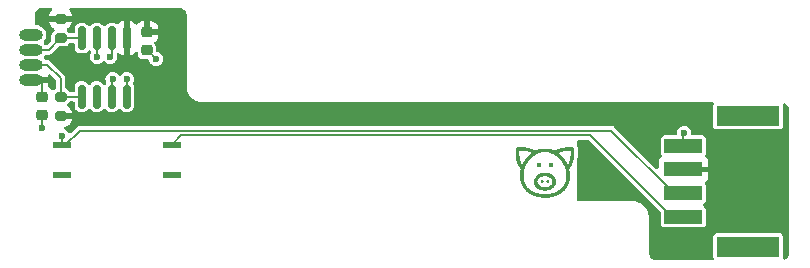
<source format=gbr>
%TF.GenerationSoftware,KiCad,Pcbnew,8.0.0*%
%TF.CreationDate,2024-06-25T20:42:34+02:00*%
%TF.ProjectId,FT24-AMS_Slave-Piggy,46543234-2d41-44d5-935f-536c6176652d,rev?*%
%TF.SameCoordinates,Original*%
%TF.FileFunction,Copper,L1,Top*%
%TF.FilePolarity,Positive*%
%FSLAX46Y46*%
G04 Gerber Fmt 4.6, Leading zero omitted, Abs format (unit mm)*
G04 Created by KiCad (PCBNEW 8.0.0) date 2024-06-25 20:42:34*
%MOMM*%
%LPD*%
G01*
G04 APERTURE LIST*
G04 Aperture macros list*
%AMRoundRect*
0 Rectangle with rounded corners*
0 $1 Rounding radius*
0 $2 $3 $4 $5 $6 $7 $8 $9 X,Y pos of 4 corners*
0 Add a 4 corners polygon primitive as box body*
4,1,4,$2,$3,$4,$5,$6,$7,$8,$9,$2,$3,0*
0 Add four circle primitives for the rounded corners*
1,1,$1+$1,$2,$3*
1,1,$1+$1,$4,$5*
1,1,$1+$1,$6,$7*
1,1,$1+$1,$8,$9*
0 Add four rect primitives between the rounded corners*
20,1,$1+$1,$2,$3,$4,$5,0*
20,1,$1+$1,$4,$5,$6,$7,0*
20,1,$1+$1,$6,$7,$8,$9,0*
20,1,$1+$1,$8,$9,$2,$3,0*%
G04 Aperture macros list end*
%TA.AperFunction,EtchedComponent*%
%ADD10C,0.000000*%
%TD*%
%TA.AperFunction,SMDPad,CuDef*%
%ADD11RoundRect,0.200000X0.275000X-0.200000X0.275000X0.200000X-0.275000X0.200000X-0.275000X-0.200000X0*%
%TD*%
%TA.AperFunction,SMDPad,CuDef*%
%ADD12RoundRect,0.225000X0.250000X-0.225000X0.250000X0.225000X-0.250000X0.225000X-0.250000X-0.225000X0*%
%TD*%
%TA.AperFunction,SMDPad,CuDef*%
%ADD13RoundRect,0.150000X-0.150000X0.825000X-0.150000X-0.825000X0.150000X-0.825000X0.150000X0.825000X0*%
%TD*%
%TA.AperFunction,CastellatedPad*%
%ADD14O,2.000000X1.000000*%
%TD*%
%TA.AperFunction,SMDPad,CuDef*%
%ADD15RoundRect,0.200000X-0.275000X0.200000X-0.275000X-0.200000X0.275000X-0.200000X0.275000X0.200000X0*%
%TD*%
%TA.AperFunction,SMDPad,CuDef*%
%ADD16R,3.200000X1.200000*%
%TD*%
%TA.AperFunction,SMDPad,CuDef*%
%ADD17R,5.300000X1.700000*%
%TD*%
%TA.AperFunction,SMDPad,CuDef*%
%ADD18R,1.524000X0.558800*%
%TD*%
%TA.AperFunction,ViaPad*%
%ADD19C,0.600000*%
%TD*%
%TA.AperFunction,Conductor*%
%ADD20C,0.200000*%
%TD*%
G04 APERTURE END LIST*
D10*
%TA.AperFunction,EtchedComponent*%
%TO.C,G\u002A\u002A\u002A*%
G36*
X172286351Y-101408335D02*
G01*
X172303460Y-101410721D01*
X172317259Y-101415959D01*
X172331175Y-101424491D01*
X172356322Y-101448144D01*
X172375128Y-101478976D01*
X172385513Y-101513051D01*
X172386899Y-101529996D01*
X172385895Y-101547480D01*
X172383342Y-101559454D01*
X172381606Y-101562130D01*
X172376386Y-101569823D01*
X172372221Y-101581704D01*
X172363070Y-101599267D01*
X172345919Y-101617541D01*
X172324046Y-101633419D01*
X172310276Y-101640397D01*
X172284446Y-101646819D01*
X172254560Y-101647766D01*
X172226703Y-101643275D01*
X172217248Y-101639855D01*
X172192845Y-101624297D01*
X172169720Y-101601700D01*
X172153257Y-101578043D01*
X172143610Y-101548153D01*
X172143496Y-101515160D01*
X172152173Y-101481973D01*
X172168898Y-101451503D01*
X172191581Y-101427713D01*
X172205518Y-101417394D01*
X172217557Y-101411420D01*
X172231828Y-101408614D01*
X172252463Y-101407800D01*
X172261649Y-101407769D01*
X172286351Y-101408335D01*
G37*
%TD.AperFunction*%
%TA.AperFunction,EtchedComponent*%
G36*
X172796143Y-101413180D02*
G01*
X172820065Y-101425829D01*
X172834350Y-101437274D01*
X172843433Y-101447104D01*
X172845127Y-101450925D01*
X172848841Y-101457847D01*
X172850927Y-101458366D01*
X172856560Y-101463811D01*
X172861886Y-101478127D01*
X172866169Y-101498290D01*
X172868675Y-101521274D01*
X172869031Y-101532863D01*
X172863643Y-101568805D01*
X172848394Y-101599746D01*
X172824783Y-101624247D01*
X172794310Y-101640867D01*
X172758472Y-101648167D01*
X172748760Y-101648366D01*
X172726578Y-101646508D01*
X172706197Y-101642350D01*
X172698863Y-101639802D01*
X172680273Y-101627692D01*
X172660772Y-101608950D01*
X172644305Y-101587815D01*
X172636064Y-101572294D01*
X172632076Y-101553934D01*
X172630436Y-101529363D01*
X172631137Y-101503801D01*
X172634173Y-101482470D01*
X172636172Y-101475955D01*
X172652083Y-101450428D01*
X172677213Y-101427657D01*
X172695303Y-101416592D01*
X172727150Y-101406237D01*
X172762079Y-101405197D01*
X172796143Y-101413180D01*
G37*
%TD.AperFunction*%
%TA.AperFunction,EtchedComponent*%
G36*
X172053422Y-99912830D02*
G01*
X172095998Y-99929709D01*
X172135596Y-99957202D01*
X172141178Y-99962251D01*
X172169719Y-99996698D01*
X172189291Y-100036849D01*
X172199834Y-100080538D01*
X172201283Y-100125595D01*
X172193578Y-100169853D01*
X172176654Y-100211143D01*
X172150450Y-100247297D01*
X172149422Y-100248382D01*
X172113626Y-100278208D01*
X172072328Y-100299755D01*
X172047598Y-100307512D01*
X172015815Y-100313428D01*
X171989036Y-100314001D01*
X171961601Y-100309181D01*
X171952355Y-100306664D01*
X171908358Y-100289279D01*
X171871696Y-100263997D01*
X171840456Y-100229322D01*
X171826460Y-100208308D01*
X171817706Y-100193434D01*
X171811987Y-100181122D01*
X171808666Y-100168207D01*
X171807106Y-100151526D01*
X171806669Y-100127913D01*
X171806678Y-100110089D01*
X171807061Y-100079767D01*
X171808345Y-100058288D01*
X171811001Y-100042595D01*
X171815501Y-100029633D01*
X171820687Y-100019284D01*
X171849158Y-99978167D01*
X171883787Y-99946039D01*
X171923050Y-99923170D01*
X171965426Y-99909831D01*
X172009391Y-99906294D01*
X172053422Y-99912830D01*
G37*
%TD.AperFunction*%
%TA.AperFunction,EtchedComponent*%
G36*
X173047452Y-99907448D02*
G01*
X173073857Y-99913705D01*
X173112721Y-99931390D01*
X173147600Y-99958486D01*
X173176817Y-99992738D01*
X173198698Y-100031889D01*
X173211568Y-100073680D01*
X173214319Y-100102996D01*
X173208773Y-100153483D01*
X173192341Y-100199624D01*
X173165331Y-100240604D01*
X173159770Y-100246934D01*
X173135406Y-100271132D01*
X173112029Y-100287785D01*
X173084886Y-100299779D01*
X173060747Y-100307043D01*
X173015560Y-100314279D01*
X172971562Y-100310789D01*
X172949426Y-100305215D01*
X172932230Y-100299191D01*
X172920543Y-100293547D01*
X172917678Y-100290953D01*
X172910839Y-100286064D01*
X172907788Y-100285692D01*
X172900326Y-100281462D01*
X172887703Y-100270415D01*
X172872210Y-100255019D01*
X172856140Y-100237739D01*
X172841787Y-100221043D01*
X172831441Y-100207396D01*
X172827397Y-100199266D01*
X172827396Y-100199198D01*
X172824805Y-100189029D01*
X172818567Y-100174881D01*
X172818504Y-100174760D01*
X172812804Y-100156009D01*
X172809908Y-100129723D01*
X172809782Y-100099928D01*
X172812389Y-100070649D01*
X172817695Y-100045914D01*
X172819693Y-100040265D01*
X172843286Y-99995686D01*
X172874487Y-99959158D01*
X172911899Y-99931375D01*
X172954128Y-99913032D01*
X172999777Y-99904825D01*
X173047452Y-99907448D01*
G37*
%TD.AperFunction*%
%TA.AperFunction,EtchedComponent*%
G36*
X172539441Y-100771504D02*
G01*
X172583359Y-100772072D01*
X172623455Y-100773171D01*
X172657485Y-100774806D01*
X172683204Y-100776979D01*
X172693461Y-100778493D01*
X172720831Y-100784104D01*
X172750688Y-100790695D01*
X172764893Y-100794026D01*
X172790549Y-100800200D01*
X172817113Y-100806549D01*
X172830372Y-100809697D01*
X172848561Y-100814730D01*
X172861971Y-100819772D01*
X172865791Y-100822059D01*
X172876477Y-100826953D01*
X172880672Y-100827421D01*
X172892281Y-100830087D01*
X172906949Y-100836350D01*
X172920490Y-100842565D01*
X172929540Y-100845240D01*
X172929670Y-100845242D01*
X172938896Y-100847966D01*
X172956168Y-100855352D01*
X172979158Y-100866222D01*
X173005537Y-100879397D01*
X173032977Y-100893700D01*
X173059149Y-100907953D01*
X173081725Y-100920977D01*
X173092289Y-100927526D01*
X173159776Y-100975268D01*
X173221923Y-101027661D01*
X173277163Y-101083119D01*
X173323930Y-101140054D01*
X173360657Y-101196879D01*
X173363667Y-101202402D01*
X173372692Y-101218098D01*
X173379953Y-101228710D01*
X173382482Y-101231173D01*
X173386905Y-101238043D01*
X173387148Y-101240102D01*
X173389709Y-101249408D01*
X173395900Y-101264529D01*
X173398851Y-101270857D01*
X173405966Y-101287098D01*
X173410128Y-101299508D01*
X173410555Y-101302190D01*
X173413389Y-101313597D01*
X173416280Y-101320048D01*
X173426290Y-101345132D01*
X173435318Y-101380426D01*
X173442987Y-101424252D01*
X173447180Y-101457591D01*
X173451009Y-101542751D01*
X173444057Y-101625986D01*
X173426513Y-101705704D01*
X173412573Y-101747070D01*
X173404943Y-101765325D01*
X173394585Y-101787814D01*
X173382723Y-101812156D01*
X173370578Y-101835972D01*
X173359374Y-101856879D01*
X173350334Y-101872499D01*
X173344679Y-101880450D01*
X173343789Y-101880986D01*
X173339441Y-101885571D01*
X173339325Y-101886906D01*
X173335743Y-101894978D01*
X173326469Y-101909046D01*
X173313706Y-101926200D01*
X173299662Y-101943528D01*
X173286540Y-101958119D01*
X173282008Y-101962570D01*
X173272279Y-101972512D01*
X173267911Y-101978764D01*
X173267893Y-101978946D01*
X173263403Y-101986272D01*
X173250994Y-101999359D01*
X173232254Y-102016807D01*
X173208772Y-102037212D01*
X173182139Y-102059173D01*
X173153942Y-102081288D01*
X173139911Y-102091849D01*
X173112063Y-102111898D01*
X173085386Y-102129612D01*
X173057524Y-102146320D01*
X173026122Y-102163352D01*
X172988824Y-102182036D01*
X172943276Y-102203704D01*
X172934544Y-102207779D01*
X172924315Y-102211666D01*
X172906831Y-102217533D01*
X172889899Y-102222865D01*
X172866799Y-102230100D01*
X172844916Y-102237227D01*
X172833349Y-102241177D01*
X172808036Y-102249120D01*
X172777143Y-102256805D01*
X172738654Y-102264678D01*
X172690553Y-102273187D01*
X172684532Y-102274190D01*
X172645330Y-102279144D01*
X172598124Y-102282661D01*
X172545977Y-102284729D01*
X172491952Y-102285331D01*
X172439113Y-102284454D01*
X172390523Y-102282082D01*
X172349244Y-102278202D01*
X172333325Y-102275867D01*
X172218861Y-102251354D01*
X172112496Y-102218172D01*
X172014104Y-102176261D01*
X171923559Y-102125561D01*
X171840737Y-102066011D01*
X171773914Y-102006011D01*
X171716522Y-101943801D01*
X171669575Y-101880904D01*
X171631735Y-101814928D01*
X171601664Y-101743483D01*
X171578024Y-101664175D01*
X171574495Y-101649510D01*
X171569670Y-101620710D01*
X171566329Y-101584242D01*
X171564515Y-101543568D01*
X171564345Y-101514422D01*
X171873453Y-101514422D01*
X171874445Y-101552955D01*
X171878450Y-101589965D01*
X171885109Y-101621573D01*
X171890496Y-101636946D01*
X171909966Y-101678655D01*
X171928692Y-101712334D01*
X171949005Y-101741450D01*
X171973238Y-101769475D01*
X171993173Y-101789705D01*
X172056663Y-101843507D01*
X172128025Y-101888672D01*
X172206674Y-101924946D01*
X172292029Y-101952072D01*
X172383505Y-101969798D01*
X172413686Y-101973413D01*
X172448532Y-101976966D01*
X172474618Y-101979385D01*
X172495032Y-101980719D01*
X172512861Y-101981014D01*
X172531194Y-101980317D01*
X172553117Y-101978674D01*
X172581718Y-101976133D01*
X172583337Y-101975987D01*
X172669977Y-101964117D01*
X172750259Y-101944881D01*
X172822634Y-101918682D01*
X172847225Y-101907241D01*
X172861797Y-101901261D01*
X172872523Y-101898863D01*
X172880130Y-101895490D01*
X172880970Y-101892910D01*
X172885601Y-101887264D01*
X172887739Y-101886958D01*
X172897728Y-101883371D01*
X172914556Y-101873667D01*
X172935984Y-101859431D01*
X172959772Y-101842248D01*
X172983682Y-101823705D01*
X173005474Y-101805385D01*
X173014258Y-101797387D01*
X173063249Y-101743606D01*
X173101802Y-101684345D01*
X173129678Y-101619986D01*
X173133843Y-101606897D01*
X173139371Y-101577915D01*
X173141632Y-101541678D01*
X173140730Y-101502348D01*
X173136772Y-101464088D01*
X173129864Y-101431060D01*
X173129339Y-101429275D01*
X173118082Y-101400591D01*
X173100814Y-101367076D01*
X173079783Y-101332476D01*
X173057239Y-101300534D01*
X173038880Y-101278608D01*
X172989166Y-101232697D01*
X172929865Y-101190673D01*
X172862937Y-101153537D01*
X172790344Y-101122290D01*
X172714050Y-101097932D01*
X172660721Y-101085750D01*
X172625706Y-101080714D01*
X172583153Y-101077157D01*
X172536306Y-101075115D01*
X172488409Y-101074623D01*
X172442706Y-101075718D01*
X172402442Y-101078434D01*
X172372017Y-101082581D01*
X172338791Y-101089390D01*
X172306302Y-101096768D01*
X172276818Y-101104125D01*
X172252607Y-101110871D01*
X172235934Y-101116416D01*
X172229451Y-101119679D01*
X172218674Y-101124781D01*
X172216188Y-101125017D01*
X172204907Y-101127888D01*
X172185964Y-101135652D01*
X172161882Y-101147036D01*
X172135183Y-101160769D01*
X172108390Y-101175576D01*
X172084025Y-101190187D01*
X172073750Y-101196879D01*
X172036580Y-101224871D01*
X171997953Y-101258925D01*
X171962444Y-101294840D01*
X171944482Y-101315603D01*
X171923258Y-101347206D01*
X171903727Y-101386058D01*
X171887852Y-101427506D01*
X171877598Y-101466898D01*
X171875832Y-101478249D01*
X171873453Y-101514422D01*
X171564345Y-101514422D01*
X171564274Y-101502147D01*
X171565653Y-101463441D01*
X171568695Y-101430911D01*
X171571432Y-101415386D01*
X171595571Y-101328495D01*
X171626621Y-101250209D01*
X171665508Y-101178838D01*
X171713155Y-101112697D01*
X171770488Y-101050099D01*
X171773008Y-101047633D01*
X171793789Y-101027604D01*
X171813149Y-101009343D01*
X171828443Y-100995324D01*
X171835079Y-100989554D01*
X171854665Y-100974624D01*
X171881023Y-100956206D01*
X171910869Y-100936428D01*
X171940919Y-100917418D01*
X171967891Y-100901303D01*
X171988071Y-100890419D01*
X172007100Y-100881060D01*
X172022642Y-100873217D01*
X172029740Y-100869461D01*
X172053517Y-100857773D01*
X172085678Y-100844398D01*
X172123034Y-100830440D01*
X172162396Y-100817001D01*
X172200574Y-100805185D01*
X172234379Y-100796095D01*
X172253924Y-100791910D01*
X172275989Y-100787834D01*
X172302782Y-100782718D01*
X172321420Y-100779069D01*
X172341117Y-100776519D01*
X172370463Y-100774481D01*
X172407214Y-100772957D01*
X172449124Y-100771950D01*
X172493948Y-100771465D01*
X172539441Y-100771504D01*
G37*
%TD.AperFunction*%
%TA.AperFunction,EtchedComponent*%
G36*
X174579610Y-98615579D02*
G01*
X174636770Y-98616573D01*
X174689615Y-98618089D01*
X174736354Y-98620128D01*
X174775199Y-98622689D01*
X174804361Y-98625771D01*
X174809632Y-98626574D01*
X174841132Y-98631760D01*
X174873470Y-98637053D01*
X174901625Y-98641630D01*
X174912694Y-98643416D01*
X174935388Y-98647745D01*
X174948949Y-98652470D01*
X174956123Y-98658765D01*
X174958174Y-98662870D01*
X174960481Y-98672989D01*
X174963698Y-98692644D01*
X174967492Y-98719530D01*
X174971531Y-98751339D01*
X174974165Y-98773874D01*
X174977487Y-98806137D01*
X174980111Y-98838757D01*
X174982106Y-98873627D01*
X174983538Y-98912640D01*
X174984477Y-98957689D01*
X174984989Y-99010666D01*
X174985142Y-99073466D01*
X174985140Y-99080279D01*
X174984810Y-99155941D01*
X174983821Y-99221572D01*
X174982066Y-99279032D01*
X174979437Y-99330184D01*
X174975826Y-99376888D01*
X174971126Y-99421005D01*
X174965228Y-99464397D01*
X174961531Y-99488036D01*
X174956669Y-99517935D01*
X174950920Y-99553327D01*
X174945301Y-99587952D01*
X174943646Y-99598160D01*
X174938936Y-99625616D01*
X174934198Y-99650527D01*
X174930139Y-99669300D01*
X174928405Y-99675857D01*
X174923558Y-99693549D01*
X174918449Y-99714983D01*
X174917257Y-99720502D01*
X174909116Y-99755308D01*
X174898330Y-99795681D01*
X174885794Y-99838750D01*
X174872404Y-99881641D01*
X174859056Y-99921483D01*
X174846645Y-99955404D01*
X174836305Y-99980030D01*
X174830350Y-99994052D01*
X174827542Y-100003320D01*
X174827510Y-100003840D01*
X174824991Y-100010544D01*
X174818124Y-100025724D01*
X174807957Y-100047249D01*
X174795541Y-100072986D01*
X174781927Y-100100802D01*
X174768165Y-100128563D01*
X174755306Y-100154139D01*
X174744399Y-100175395D01*
X174736497Y-100190199D01*
X174732666Y-100196402D01*
X174727191Y-100203410D01*
X174722135Y-100211284D01*
X174698922Y-100249380D01*
X174680925Y-100277521D01*
X174668259Y-100295535D01*
X174661039Y-100303250D01*
X174660132Y-100303550D01*
X174655060Y-100308144D01*
X174654863Y-100309852D01*
X174651305Y-100317729D01*
X174642025Y-100331728D01*
X174629114Y-100348991D01*
X174614660Y-100366655D01*
X174607241Y-100375035D01*
X174585252Y-100399220D01*
X174570256Y-100416329D01*
X174561101Y-100427969D01*
X174556633Y-100435742D01*
X174555696Y-100441255D01*
X174556760Y-100445229D01*
X174561647Y-100460420D01*
X174567951Y-100484717D01*
X174575109Y-100515487D01*
X174582557Y-100550096D01*
X174589732Y-100585912D01*
X174596069Y-100620300D01*
X174601003Y-100650629D01*
X174601539Y-100654318D01*
X174604931Y-100676245D01*
X174608087Y-100693427D01*
X174610395Y-100702571D01*
X174610621Y-100703031D01*
X174612202Y-100710359D01*
X174614527Y-100727155D01*
X174617301Y-100751029D01*
X174620226Y-100779590D01*
X174620631Y-100783831D01*
X174623456Y-100821465D01*
X174625550Y-100865729D01*
X174626945Y-100915016D01*
X174627668Y-100967723D01*
X174627749Y-101022243D01*
X174627218Y-101076971D01*
X174626104Y-101130303D01*
X174624437Y-101180633D01*
X174622245Y-101226356D01*
X174619558Y-101265867D01*
X174616405Y-101297561D01*
X174612816Y-101319833D01*
X174610695Y-101327408D01*
X174608106Y-101337699D01*
X174604645Y-101355676D01*
X174601445Y-101375029D01*
X174596644Y-101405331D01*
X174592063Y-101431170D01*
X174587035Y-101455393D01*
X174580892Y-101480850D01*
X174572967Y-101510389D01*
X174562594Y-101546861D01*
X174555439Y-101571467D01*
X174544677Y-101607316D01*
X174534930Y-101637878D01*
X174526979Y-101660751D01*
X174523439Y-101669686D01*
X174518521Y-101681749D01*
X174511322Y-101700200D01*
X174505940Y-101714331D01*
X174497525Y-101736139D01*
X174489296Y-101756033D01*
X174479968Y-101776832D01*
X174468256Y-101801355D01*
X174452876Y-101832423D01*
X174444931Y-101848265D01*
X174432145Y-101873727D01*
X174420783Y-101896398D01*
X174412252Y-101913468D01*
X174408442Y-101921139D01*
X174401870Y-101931310D01*
X174397410Y-101934533D01*
X174393245Y-101939310D01*
X174392934Y-101942020D01*
X174389656Y-101950086D01*
X174380691Y-101965887D01*
X174367319Y-101987507D01*
X174350822Y-102013030D01*
X174332483Y-102040539D01*
X174313583Y-102068119D01*
X174295404Y-102093853D01*
X174279228Y-102115825D01*
X174266337Y-102132119D01*
X174263805Y-102135050D01*
X174252106Y-102148530D01*
X174235848Y-102167637D01*
X174218052Y-102188814D01*
X174213289Y-102194530D01*
X174173612Y-102239209D01*
X174126194Y-102287607D01*
X174073552Y-102337400D01*
X174018202Y-102386261D01*
X173962660Y-102431865D01*
X173926996Y-102459140D01*
X173904440Y-102475894D01*
X173885026Y-102490437D01*
X173870996Y-102501082D01*
X173864898Y-102505874D01*
X173856584Y-102511325D01*
X173854240Y-102511987D01*
X173847033Y-102515288D01*
X173834889Y-102523176D01*
X173822028Y-102532631D01*
X173812668Y-102540633D01*
X173810577Y-102543238D01*
X173803800Y-102547687D01*
X173803347Y-102547703D01*
X173796182Y-102550544D01*
X173781438Y-102558146D01*
X173761733Y-102569128D01*
X173751758Y-102574915D01*
X173730014Y-102587682D01*
X173711500Y-102598551D01*
X173699129Y-102605814D01*
X173696484Y-102607366D01*
X173684138Y-102614011D01*
X173663939Y-102624262D01*
X173638822Y-102636689D01*
X173611721Y-102649862D01*
X173585573Y-102662353D01*
X173563311Y-102672732D01*
X173550644Y-102678394D01*
X173531437Y-102686700D01*
X173515148Y-102693799D01*
X173508976Y-102696519D01*
X173478845Y-102709778D01*
X173457670Y-102718654D01*
X173443641Y-102723850D01*
X173434949Y-102726069D01*
X173432269Y-102726283D01*
X173421995Y-102729785D01*
X173419686Y-102732235D01*
X173411179Y-102737485D01*
X173405941Y-102738225D01*
X173393669Y-102740914D01*
X173378825Y-102747154D01*
X173365217Y-102753373D01*
X173356037Y-102756044D01*
X173355914Y-102756046D01*
X173346862Y-102758292D01*
X173332692Y-102763759D01*
X173331295Y-102764372D01*
X173312502Y-102771529D01*
X173291262Y-102778058D01*
X173288727Y-102778717D01*
X173269412Y-102783753D01*
X173245151Y-102790282D01*
X173229201Y-102794670D01*
X173164515Y-102811628D01*
X173096693Y-102827534D01*
X173027769Y-102842033D01*
X172959777Y-102854770D01*
X172894750Y-102865392D01*
X172834723Y-102873544D01*
X172781730Y-102878873D01*
X172737804Y-102881024D01*
X172733055Y-102881052D01*
X172707020Y-102882111D01*
X172692438Y-102885320D01*
X172689002Y-102888493D01*
X172682443Y-102891045D01*
X172665793Y-102893221D01*
X172640861Y-102895010D01*
X172609455Y-102896402D01*
X172573385Y-102897385D01*
X172534458Y-102897950D01*
X172494484Y-102898085D01*
X172455272Y-102897781D01*
X172418629Y-102897027D01*
X172386366Y-102895812D01*
X172360290Y-102894126D01*
X172342211Y-102891957D01*
X172336302Y-102890546D01*
X172319826Y-102886619D01*
X172295504Y-102882955D01*
X172267390Y-102880106D01*
X172252964Y-102879149D01*
X172231248Y-102877885D01*
X172211483Y-102876398D01*
X172191605Y-102874415D01*
X172169550Y-102871667D01*
X172143254Y-102867881D01*
X172110653Y-102862787D01*
X172069682Y-102856113D01*
X172038669Y-102850978D01*
X171974016Y-102839561D01*
X171914658Y-102827478D01*
X171855712Y-102813630D01*
X171792296Y-102796922D01*
X171767823Y-102790105D01*
X171738757Y-102781586D01*
X171706837Y-102771693D01*
X171674573Y-102761264D01*
X171644475Y-102751138D01*
X171619054Y-102742154D01*
X171600819Y-102735152D01*
X171593788Y-102731940D01*
X171582025Y-102727150D01*
X171577037Y-102726283D01*
X171568505Y-102723952D01*
X171552974Y-102717913D01*
X171538087Y-102711401D01*
X171520173Y-102703481D01*
X171506820Y-102698083D01*
X171501679Y-102696519D01*
X171495416Y-102693983D01*
X171480508Y-102687025D01*
X171458922Y-102676623D01*
X171432622Y-102663755D01*
X171403576Y-102649398D01*
X171373748Y-102634531D01*
X171345105Y-102620130D01*
X171319613Y-102607173D01*
X171299237Y-102596638D01*
X171285944Y-102589502D01*
X171282906Y-102587729D01*
X171270679Y-102580151D01*
X171253808Y-102569750D01*
X171247190Y-102565683D01*
X171229937Y-102555084D01*
X171215128Y-102545980D01*
X171211249Y-102543594D01*
X171197735Y-102535798D01*
X171190414Y-102532001D01*
X171180867Y-102526363D01*
X171178509Y-102524326D01*
X171170023Y-102517049D01*
X171156808Y-102507815D01*
X171143139Y-102499379D01*
X171133290Y-102494493D01*
X171131625Y-102494129D01*
X171124312Y-102489864D01*
X171123943Y-102489096D01*
X171118381Y-102483333D01*
X171105739Y-102473117D01*
X171089219Y-102460994D01*
X171072203Y-102448829D01*
X171059338Y-102439307D01*
X171053503Y-102434571D01*
X171047202Y-102429037D01*
X171035446Y-102419662D01*
X171032669Y-102417519D01*
X171006728Y-102396375D01*
X170975113Y-102368672D01*
X170940169Y-102336647D01*
X170904244Y-102302537D01*
X170869686Y-102268579D01*
X170838841Y-102237011D01*
X170814058Y-102210070D01*
X170809555Y-102204872D01*
X170779425Y-102169089D01*
X170751836Y-102135396D01*
X170727733Y-102105023D01*
X170708061Y-102079198D01*
X170693767Y-102059151D01*
X170685794Y-102046111D01*
X170684438Y-102042179D01*
X170681214Y-102036023D01*
X170679974Y-102035768D01*
X170674824Y-102031036D01*
X170666022Y-102018769D01*
X170657651Y-102005267D01*
X170645597Y-101984775D01*
X170634071Y-101965331D01*
X170628587Y-101956163D01*
X170619731Y-101941050D01*
X170608477Y-101921279D01*
X170596231Y-101899397D01*
X170584397Y-101877947D01*
X170574380Y-101859474D01*
X170567585Y-101846522D01*
X170565385Y-101841691D01*
X170562971Y-101835773D01*
X170556450Y-101821478D01*
X170546903Y-101801143D01*
X170538598Y-101783735D01*
X170527480Y-101760172D01*
X170518616Y-101740623D01*
X170513098Y-101727547D01*
X170511811Y-101723518D01*
X170509547Y-101715569D01*
X170504021Y-101702033D01*
X170503261Y-101700348D01*
X170496267Y-101682955D01*
X170487072Y-101657222D01*
X170476697Y-101626268D01*
X170466164Y-101593215D01*
X170456496Y-101561183D01*
X170449363Y-101535751D01*
X170442478Y-101509848D01*
X170435439Y-101483314D01*
X170431197Y-101467295D01*
X170426491Y-101447280D01*
X170420954Y-101420447D01*
X170415592Y-101391742D01*
X170414245Y-101383958D01*
X170409089Y-101353943D01*
X170403622Y-101322760D01*
X170398868Y-101296238D01*
X170398035Y-101291692D01*
X170395676Y-101272544D01*
X170393588Y-101243364D01*
X170391792Y-101206024D01*
X170390307Y-101162392D01*
X170389154Y-101114341D01*
X170388352Y-101063740D01*
X170387979Y-101019418D01*
X170690391Y-101019418D01*
X170694070Y-101141156D01*
X170705412Y-101256011D01*
X170724875Y-101366578D01*
X170752916Y-101475452D01*
X170789994Y-101585228D01*
X170790416Y-101586348D01*
X170805221Y-101623368D01*
X170822483Y-101662829D01*
X170840967Y-101702216D01*
X170859435Y-101739015D01*
X170876654Y-101770714D01*
X170891385Y-101794798D01*
X170896304Y-101801735D01*
X170905460Y-101815212D01*
X170910374Y-101825123D01*
X170910639Y-101826609D01*
X170914318Y-101835642D01*
X170918080Y-101840479D01*
X170925376Y-101849550D01*
X170936517Y-101864759D01*
X170945848Y-101878108D01*
X171001548Y-101952577D01*
X171066109Y-102027009D01*
X171136816Y-102098590D01*
X171210951Y-102164508D01*
X171258870Y-102202369D01*
X171279878Y-102218187D01*
X171297735Y-102231739D01*
X171309996Y-102241161D01*
X171313681Y-102244084D01*
X171322030Y-102249436D01*
X171324339Y-102250070D01*
X171331546Y-102253370D01*
X171343690Y-102261259D01*
X171356552Y-102270714D01*
X171365911Y-102278716D01*
X171368002Y-102281321D01*
X171374788Y-102285763D01*
X171375338Y-102285786D01*
X171382626Y-102288712D01*
X171397156Y-102296473D01*
X171416107Y-102307540D01*
X171420975Y-102310504D01*
X171453944Y-102329612D01*
X171493760Y-102350963D01*
X171536213Y-102372392D01*
X171577091Y-102391735D01*
X171592219Y-102398475D01*
X171611413Y-102406887D01*
X171627696Y-102414109D01*
X171633888Y-102416905D01*
X171645966Y-102421980D01*
X171664440Y-102429251D01*
X171678533Y-102434602D01*
X171698627Y-102442240D01*
X171715660Y-102448938D01*
X171723178Y-102452055D01*
X171733612Y-102455886D01*
X171752525Y-102462166D01*
X171776985Y-102469941D01*
X171797586Y-102476294D01*
X171825120Y-102484715D01*
X171850159Y-102492451D01*
X171869437Y-102498488D01*
X171877947Y-102501224D01*
X171903562Y-102508696D01*
X171937690Y-102517225D01*
X171977068Y-102526109D01*
X172018435Y-102534643D01*
X172058529Y-102542126D01*
X172094087Y-102547854D01*
X172094780Y-102547953D01*
X172116737Y-102551360D01*
X172133979Y-102554552D01*
X172143195Y-102556908D01*
X172143661Y-102557140D01*
X172151175Y-102558940D01*
X172169254Y-102561489D01*
X172198185Y-102564817D01*
X172238253Y-102568956D01*
X172289744Y-102573938D01*
X172324396Y-102577174D01*
X172352891Y-102579077D01*
X172390431Y-102580516D01*
X172434385Y-102581488D01*
X172482122Y-102581991D01*
X172531010Y-102582022D01*
X172578418Y-102581581D01*
X172621714Y-102580663D01*
X172658267Y-102579268D01*
X172684532Y-102577480D01*
X172716668Y-102574450D01*
X172754346Y-102570922D01*
X172791252Y-102567486D01*
X172805093Y-102566204D01*
X172831801Y-102563466D01*
X172854198Y-102560668D01*
X172869564Y-102558180D01*
X172874913Y-102556696D01*
X172883345Y-102554216D01*
X172900132Y-102551038D01*
X172921798Y-102547809D01*
X172924004Y-102547521D01*
X172949686Y-102543775D01*
X172977696Y-102538752D01*
X173009860Y-102532051D01*
X173048007Y-102523268D01*
X173093964Y-102512002D01*
X173148840Y-102498036D01*
X173172014Y-102491512D01*
X173201974Y-102482287D01*
X173235819Y-102471341D01*
X173270643Y-102459652D01*
X173303545Y-102448199D01*
X173331622Y-102437961D01*
X173351970Y-102429918D01*
X173355695Y-102428280D01*
X173377354Y-102418483D01*
X173401449Y-102407693D01*
X173409268Y-102404219D01*
X173435239Y-102392405D01*
X173463420Y-102379076D01*
X173491716Y-102365285D01*
X173518032Y-102352089D01*
X173540272Y-102340539D01*
X173556342Y-102331691D01*
X173564145Y-102326598D01*
X173564534Y-102326112D01*
X173571356Y-102321589D01*
X173572565Y-102321502D01*
X173580484Y-102318533D01*
X173594924Y-102310931D01*
X173612649Y-102300653D01*
X173630422Y-102289653D01*
X173645006Y-102279889D01*
X173653163Y-102273317D01*
X173653824Y-102272392D01*
X173660587Y-102267936D01*
X173660903Y-102267928D01*
X173669214Y-102264336D01*
X173685054Y-102254370D01*
X173706780Y-102239249D01*
X173732748Y-102220190D01*
X173761318Y-102198411D01*
X173790844Y-102175128D01*
X173819685Y-102151560D01*
X173832510Y-102140753D01*
X173868910Y-102108148D01*
X173907828Y-102070559D01*
X173946563Y-102030795D01*
X173982411Y-101991661D01*
X174012670Y-101955966D01*
X174022502Y-101943412D01*
X174068018Y-101880161D01*
X174111101Y-101813779D01*
X174150126Y-101747044D01*
X174183465Y-101682735D01*
X174208936Y-101625041D01*
X174222774Y-101589935D01*
X174232903Y-101563931D01*
X174240049Y-101545081D01*
X174244940Y-101531440D01*
X174248301Y-101521061D01*
X174250073Y-101514916D01*
X174255902Y-101495261D01*
X174261115Y-101479200D01*
X174271642Y-101444129D01*
X174282528Y-101399954D01*
X174293196Y-101349440D01*
X174303066Y-101295351D01*
X174311559Y-101240452D01*
X174312442Y-101234059D01*
X174315897Y-101200419D01*
X174318554Y-101157711D01*
X174320408Y-101108421D01*
X174321457Y-101055037D01*
X174321698Y-101000044D01*
X174321127Y-100945929D01*
X174319742Y-100895179D01*
X174317539Y-100850280D01*
X174314515Y-100813719D01*
X174312987Y-100801361D01*
X174309038Y-100773337D01*
X174305418Y-100747481D01*
X174302651Y-100727534D01*
X174301654Y-100720236D01*
X174300058Y-100709655D01*
X174297615Y-100695857D01*
X174293994Y-100677183D01*
X174288864Y-100651978D01*
X174281895Y-100618586D01*
X174272754Y-100575348D01*
X174271920Y-100571420D01*
X174266502Y-100548728D01*
X174258645Y-100519326D01*
X174249608Y-100487823D01*
X174244266Y-100470225D01*
X174235467Y-100441868D01*
X174227215Y-100415159D01*
X174220625Y-100393713D01*
X174217642Y-100383911D01*
X174211140Y-100363957D01*
X174204457Y-100345738D01*
X174203483Y-100343343D01*
X174198487Y-100329624D01*
X174196508Y-100320940D01*
X174193854Y-100311412D01*
X174190764Y-100304958D01*
X174185045Y-100293526D01*
X174177570Y-100277205D01*
X174169966Y-100259744D01*
X174163858Y-100244893D01*
X174160872Y-100236401D01*
X174160792Y-100235836D01*
X174158470Y-100229400D01*
X174152357Y-100215162D01*
X174143731Y-100196091D01*
X174142934Y-100194367D01*
X174134088Y-100174398D01*
X174127700Y-100158347D01*
X174125084Y-100149524D01*
X174125076Y-100149306D01*
X174120851Y-100143108D01*
X174119123Y-100142828D01*
X174113607Y-100138120D01*
X174113171Y-100135295D01*
X174110473Y-100126017D01*
X174103595Y-100110724D01*
X174098565Y-100101068D01*
X174087277Y-100080022D01*
X174074370Y-100055371D01*
X174067314Y-100041633D01*
X174057878Y-100024100D01*
X174050097Y-100011461D01*
X174046203Y-100006909D01*
X174041795Y-100000095D01*
X174041739Y-99999152D01*
X174038674Y-99991783D01*
X174030525Y-99977284D01*
X174018863Y-99958396D01*
X174014952Y-99952343D01*
X174002587Y-99932955D01*
X173993243Y-99917455D01*
X173988472Y-99908448D01*
X173988165Y-99907383D01*
X173984768Y-99900800D01*
X173976135Y-99888486D01*
X173970307Y-99880911D01*
X173959872Y-99867064D01*
X173953440Y-99857235D01*
X173952449Y-99854824D01*
X173949103Y-99847930D01*
X173943877Y-99840799D01*
X173936790Y-99831651D01*
X173924656Y-99815520D01*
X173909446Y-99795038D01*
X173899328Y-99781300D01*
X173882968Y-99759333D01*
X173868161Y-99740026D01*
X173856984Y-99726058D01*
X173852837Y-99721305D01*
X173845450Y-99713348D01*
X173836773Y-99703399D01*
X173825129Y-99689463D01*
X173808843Y-99669543D01*
X173794694Y-99652098D01*
X173773378Y-99627440D01*
X173745134Y-99597198D01*
X173712118Y-99563477D01*
X173676490Y-99528387D01*
X173640406Y-99494033D01*
X173606024Y-99462524D01*
X173575502Y-99435968D01*
X173562611Y-99425403D01*
X173544926Y-99411123D01*
X173529504Y-99398361D01*
X173521441Y-99391429D01*
X173509535Y-99381835D01*
X173492909Y-99369670D01*
X173485664Y-99364659D01*
X173470956Y-99354463D01*
X173460766Y-99346980D01*
X173458378Y-99344959D01*
X173451994Y-99340065D01*
X173438121Y-99330394D01*
X173419276Y-99317618D01*
X173397980Y-99303408D01*
X173376749Y-99289438D01*
X173358102Y-99277378D01*
X173344558Y-99268900D01*
X173339325Y-99265926D01*
X173328657Y-99260193D01*
X173313422Y-99251246D01*
X173309561Y-99248887D01*
X173287538Y-99236168D01*
X173257695Y-99220114D01*
X173223079Y-99202253D01*
X173186737Y-99184114D01*
X173151717Y-99167225D01*
X173121064Y-99153116D01*
X173104195Y-99145858D01*
X173029924Y-99117785D01*
X172976239Y-99100342D01*
X173649554Y-99100342D01*
X173653159Y-99106827D01*
X173662251Y-99114208D01*
X173672705Y-99121261D01*
X173703224Y-99143239D01*
X173739960Y-99172603D01*
X173781249Y-99207811D01*
X173825426Y-99247325D01*
X173870829Y-99289605D01*
X173915792Y-99333112D01*
X173958653Y-99376307D01*
X173997747Y-99417650D01*
X174020904Y-99443432D01*
X174038314Y-99463260D01*
X174052779Y-99479636D01*
X174062528Y-99490562D01*
X174065692Y-99493988D01*
X174070535Y-99499733D01*
X174080831Y-99512557D01*
X174094726Y-99530144D01*
X174101378Y-99538633D01*
X174116402Y-99557456D01*
X174128870Y-99572343D01*
X174136858Y-99581024D01*
X174138440Y-99582286D01*
X174142616Y-99589141D01*
X174142934Y-99592207D01*
X174145822Y-99600834D01*
X174147510Y-99602128D01*
X174152640Y-99607580D01*
X174162877Y-99620707D01*
X174176702Y-99639363D01*
X174192599Y-99661401D01*
X174209052Y-99684675D01*
X174224543Y-99707038D01*
X174237555Y-99726344D01*
X174246572Y-99740447D01*
X174250078Y-99747200D01*
X174250082Y-99747276D01*
X174253093Y-99752974D01*
X174260808Y-99765309D01*
X174267134Y-99774953D01*
X174279564Y-99794599D01*
X174293849Y-99818592D01*
X174303440Y-99835517D01*
X174316741Y-99859345D01*
X174330804Y-99884034D01*
X174339313Y-99898669D01*
X174348064Y-99914509D01*
X174360419Y-99938198D01*
X174374889Y-99966823D01*
X174389988Y-99997470D01*
X174393672Y-100005078D01*
X174407275Y-100032714D01*
X174419280Y-100056065D01*
X174428675Y-100073237D01*
X174434446Y-100082340D01*
X174435559Y-100083302D01*
X174440499Y-100078595D01*
X174449455Y-100066259D01*
X174460419Y-100049074D01*
X174485934Y-100005222D01*
X174506799Y-99965058D01*
X174525836Y-99923005D01*
X174533442Y-99904722D01*
X174543189Y-99880829D01*
X174551667Y-99860045D01*
X174557546Y-99845630D01*
X174558937Y-99842219D01*
X174572781Y-99804985D01*
X174587496Y-99759760D01*
X174601996Y-99710296D01*
X174615193Y-99660344D01*
X174625999Y-99613655D01*
X174627965Y-99604113D01*
X174633395Y-99577349D01*
X174638805Y-99551225D01*
X174643106Y-99530993D01*
X174643438Y-99529471D01*
X174649512Y-99496346D01*
X174655666Y-99452313D01*
X174661799Y-99398365D01*
X174667807Y-99335500D01*
X174673586Y-99264711D01*
X174679034Y-99186994D01*
X174679199Y-99184450D01*
X174681066Y-99146339D01*
X174682009Y-99106077D01*
X174682090Y-99065574D01*
X174681374Y-99026742D01*
X174679923Y-98991491D01*
X174677803Y-98961732D01*
X174675075Y-98939376D01*
X174671804Y-98926334D01*
X174670538Y-98924319D01*
X174663062Y-98922696D01*
X174645431Y-98921453D01*
X174619388Y-98920577D01*
X174586679Y-98920054D01*
X174549047Y-98919870D01*
X174508235Y-98920014D01*
X174465988Y-98920470D01*
X174424049Y-98921225D01*
X174384163Y-98922266D01*
X174348073Y-98923580D01*
X174317524Y-98925154D01*
X174294259Y-98926973D01*
X174291750Y-98927238D01*
X174228546Y-98934427D01*
X174175399Y-98940940D01*
X174130499Y-98947043D01*
X174092035Y-98953001D01*
X174058197Y-98959081D01*
X174027175Y-98965546D01*
X174020904Y-98966965D01*
X173970290Y-98978743D01*
X173929690Y-98988618D01*
X173897446Y-98997043D01*
X173871901Y-99004465D01*
X173851399Y-99011335D01*
X173837472Y-99016753D01*
X173824004Y-99021734D01*
X173815736Y-99023728D01*
X173808551Y-99025857D01*
X173792743Y-99031643D01*
X173770685Y-99040190D01*
X173746180Y-99050018D01*
X173708488Y-99065456D01*
X173680904Y-99077311D01*
X173662503Y-99086480D01*
X173652360Y-99093859D01*
X173649554Y-99100342D01*
X172976239Y-99100342D01*
X172945477Y-99090347D01*
X172857159Y-99065317D01*
X172822794Y-99057565D01*
X172779408Y-99049871D01*
X172729884Y-99042575D01*
X172677102Y-99036016D01*
X172623945Y-99030533D01*
X172573295Y-99026467D01*
X172528032Y-99024157D01*
X172504398Y-99023755D01*
X172472767Y-99024747D01*
X172432507Y-99027474D01*
X172386710Y-99031601D01*
X172338469Y-99036791D01*
X172290879Y-99042706D01*
X172247033Y-99049012D01*
X172210024Y-99055370D01*
X172205343Y-99056290D01*
X172165201Y-99064494D01*
X172135375Y-99070982D01*
X172114455Y-99076092D01*
X172101031Y-99080162D01*
X172094990Y-99082759D01*
X172083497Y-99086872D01*
X172066151Y-99090987D01*
X172060793Y-99091966D01*
X172044555Y-99095763D01*
X172033949Y-99100194D01*
X172032396Y-99101631D01*
X172024125Y-99106591D01*
X172020254Y-99107065D01*
X172011581Y-99109150D01*
X171994310Y-99114835D01*
X171970884Y-99123272D01*
X171943747Y-99133608D01*
X171941733Y-99134396D01*
X171864445Y-99166954D01*
X171787460Y-99203665D01*
X171713509Y-99243058D01*
X171645326Y-99283663D01*
X171585642Y-99324010D01*
X171575783Y-99331304D01*
X171558227Y-99343971D01*
X171544144Y-99353169D01*
X171536375Y-99357051D01*
X171536098Y-99357077D01*
X171529047Y-99361566D01*
X171528724Y-99362281D01*
X171523372Y-99368026D01*
X171510775Y-99378916D01*
X171493242Y-99392994D01*
X171485204Y-99399201D01*
X171462597Y-99416830D01*
X171440354Y-99434784D01*
X171422643Y-99449688D01*
X171419977Y-99452036D01*
X171406728Y-99464329D01*
X171387620Y-99482699D01*
X171364221Y-99505576D01*
X171338100Y-99531389D01*
X171310825Y-99558567D01*
X171283966Y-99585541D01*
X171259092Y-99610739D01*
X171237771Y-99632591D01*
X171221572Y-99649527D01*
X171212065Y-99659976D01*
X171211249Y-99660968D01*
X171201012Y-99673797D01*
X171186894Y-99691492D01*
X171175735Y-99705480D01*
X171162932Y-99721316D01*
X171153045Y-99733158D01*
X171148607Y-99738047D01*
X171141913Y-99745654D01*
X171129991Y-99761039D01*
X171114325Y-99782143D01*
X171096397Y-99806912D01*
X171077690Y-99833288D01*
X171059688Y-99859216D01*
X171043873Y-99882637D01*
X171039143Y-99889840D01*
X171023664Y-99913630D01*
X171009655Y-99935144D01*
X170998983Y-99951515D01*
X170994553Y-99958296D01*
X170985576Y-99973356D01*
X170975427Y-99992214D01*
X170973022Y-99996988D01*
X170965249Y-100012063D01*
X170959517Y-100022064D01*
X170958261Y-100023775D01*
X170954149Y-100030360D01*
X170946695Y-100044188D01*
X170940403Y-100056515D01*
X170931717Y-100073390D01*
X170925035Y-100085475D01*
X170922539Y-100089254D01*
X170917365Y-100097308D01*
X170909879Y-100111941D01*
X170902007Y-100128970D01*
X170895674Y-100144215D01*
X170892804Y-100153495D01*
X170892781Y-100153897D01*
X170888719Y-100160333D01*
X170886829Y-100160686D01*
X170881101Y-100165259D01*
X170880876Y-100166966D01*
X170878637Y-100175694D01*
X170872921Y-100191026D01*
X170868646Y-100201193D01*
X170860142Y-100220778D01*
X170852669Y-100238236D01*
X170850237Y-100244024D01*
X170842813Y-100260788D01*
X170835681Y-100275757D01*
X170829762Y-100289444D01*
X170827302Y-100298668D01*
X170825040Y-100307861D01*
X170819532Y-100322099D01*
X170818920Y-100323485D01*
X170808050Y-100350793D01*
X170795471Y-100387324D01*
X170781887Y-100430641D01*
X170768004Y-100478307D01*
X170754527Y-100527888D01*
X170742160Y-100576946D01*
X170731610Y-100623046D01*
X170729936Y-100630946D01*
X170706747Y-100766308D01*
X170693721Y-100902803D01*
X170690391Y-101019418D01*
X170387979Y-101019418D01*
X170387921Y-101012460D01*
X170387882Y-100962373D01*
X170388253Y-100915349D01*
X170389056Y-100873258D01*
X170390310Y-100837971D01*
X170392034Y-100811358D01*
X170392839Y-100803728D01*
X170396678Y-100772661D01*
X170400667Y-100740141D01*
X170404097Y-100711955D01*
X170404893Y-100705355D01*
X170409996Y-100669903D01*
X170417559Y-100626428D01*
X170426897Y-100578389D01*
X170437324Y-100529246D01*
X170448152Y-100482457D01*
X170452913Y-100463325D01*
X170459996Y-100435590D01*
X170427865Y-100397845D01*
X170412573Y-100380249D01*
X170400037Y-100366503D01*
X170392358Y-100358886D01*
X170391270Y-100358116D01*
X170387121Y-100351261D01*
X170386805Y-100348195D01*
X170383486Y-100339577D01*
X170381533Y-100338274D01*
X170374944Y-100332504D01*
X170364449Y-100320277D01*
X170352567Y-100304931D01*
X170341814Y-100289802D01*
X170334705Y-100278227D01*
X170333231Y-100274231D01*
X170328955Y-100267095D01*
X170328421Y-100266842D01*
X170323072Y-100260798D01*
X170313409Y-100246386D01*
X170300692Y-100225758D01*
X170286185Y-100201066D01*
X170271148Y-100174460D01*
X170256843Y-100148093D01*
X170244531Y-100124115D01*
X170243489Y-100121994D01*
X170233297Y-100102016D01*
X170224693Y-100086698D01*
X170219248Y-100078803D01*
X170218643Y-100078341D01*
X170214236Y-100071527D01*
X170214178Y-100070574D01*
X170212514Y-100063667D01*
X170207199Y-100049725D01*
X170197752Y-100027581D01*
X170183691Y-99996066D01*
X170181008Y-99990136D01*
X170175168Y-99974954D01*
X170172523Y-99963553D01*
X170172510Y-99963051D01*
X170169218Y-99951468D01*
X170167541Y-99949069D01*
X170161943Y-99938945D01*
X170154844Y-99921175D01*
X170147615Y-99899670D01*
X170141621Y-99878340D01*
X170139524Y-99869006D01*
X170135752Y-99853367D01*
X170132026Y-99842849D01*
X170131669Y-99842219D01*
X170127081Y-99831202D01*
X170120516Y-99810347D01*
X170112460Y-99781461D01*
X170103400Y-99746355D01*
X170093821Y-99706837D01*
X170085292Y-99669592D01*
X170081530Y-99652579D01*
X170078298Y-99637432D01*
X170075328Y-99622538D01*
X170072352Y-99606288D01*
X170069101Y-99587069D01*
X170065307Y-99563271D01*
X170060703Y-99533281D01*
X170055019Y-99495490D01*
X170047988Y-99448284D01*
X170044166Y-99422556D01*
X170040819Y-99394519D01*
X170037544Y-99357061D01*
X170034474Y-99312669D01*
X170031738Y-99263826D01*
X170029466Y-99213019D01*
X170027789Y-99162733D01*
X170026838Y-99115452D01*
X170026669Y-99089207D01*
X170027066Y-99044575D01*
X170028094Y-99000224D01*
X170333867Y-99000224D01*
X170334084Y-99033767D01*
X170334745Y-99077075D01*
X170335313Y-99107065D01*
X170336280Y-99150958D01*
X170337364Y-99191722D01*
X170338504Y-99227609D01*
X170339640Y-99256871D01*
X170340709Y-99277760D01*
X170341652Y-99288526D01*
X170341668Y-99288622D01*
X170343598Y-99303185D01*
X170345829Y-99325229D01*
X170347922Y-99350352D01*
X170348196Y-99354101D01*
X170352302Y-99396251D01*
X170358980Y-99446586D01*
X170367713Y-99501792D01*
X170377984Y-99558555D01*
X170387228Y-99604113D01*
X170391404Y-99623611D01*
X170396648Y-99648082D01*
X170399983Y-99663639D01*
X170404635Y-99683550D01*
X170408918Y-99698885D01*
X170411404Y-99705308D01*
X170415078Y-99714818D01*
X170419056Y-99730146D01*
X170419469Y-99732095D01*
X170428328Y-99766141D01*
X170442070Y-99807465D01*
X170459646Y-99853023D01*
X170468003Y-99872882D01*
X170473484Y-99886624D01*
X170476066Y-99895141D01*
X170476095Y-99895542D01*
X170478568Y-99902212D01*
X170485105Y-99916783D01*
X170494385Y-99936537D01*
X170505089Y-99958757D01*
X170515896Y-99980724D01*
X170525485Y-99999722D01*
X170532535Y-100013033D01*
X170535519Y-100017822D01*
X170540497Y-100024827D01*
X170546039Y-100034192D01*
X170559957Y-100058911D01*
X170569547Y-100074525D01*
X170576116Y-100082419D01*
X170580968Y-100083976D01*
X170585412Y-100080579D01*
X170587442Y-100078044D01*
X170593621Y-100067686D01*
X170594959Y-100063148D01*
X170597644Y-100055743D01*
X170604832Y-100039860D01*
X170615491Y-100017562D01*
X170628588Y-99990913D01*
X170643089Y-99961975D01*
X170657963Y-99932811D01*
X170672177Y-99905483D01*
X170684697Y-99882054D01*
X170693651Y-99866030D01*
X170705111Y-99846071D01*
X170714846Y-99828783D01*
X170720485Y-99818408D01*
X170725437Y-99809120D01*
X170731242Y-99799110D01*
X170739045Y-99786596D01*
X170749987Y-99769796D01*
X170765211Y-99746926D01*
X170785860Y-99716203D01*
X170788641Y-99712076D01*
X170806217Y-99685933D01*
X170821741Y-99662729D01*
X170833826Y-99644543D01*
X170841086Y-99633456D01*
X170842184Y-99631715D01*
X170848704Y-99622046D01*
X170851255Y-99618994D01*
X170856092Y-99613244D01*
X170866367Y-99600404D01*
X170880230Y-99582801D01*
X170886829Y-99574349D01*
X170901664Y-99555412D01*
X170913708Y-99540240D01*
X170921109Y-99531158D01*
X170922402Y-99529704D01*
X170927492Y-99523819D01*
X170937673Y-99511421D01*
X170949323Y-99496965D01*
X170964063Y-99478562D01*
X170977611Y-99461696D01*
X170985039Y-99452487D01*
X170993204Y-99443439D01*
X171008382Y-99427564D01*
X171029076Y-99406361D01*
X171053784Y-99381327D01*
X171081010Y-99353959D01*
X171109255Y-99325756D01*
X171137019Y-99298214D01*
X171162804Y-99272832D01*
X171185111Y-99251107D01*
X171202442Y-99234536D01*
X171211585Y-99226113D01*
X171229733Y-99210489D01*
X171252954Y-99191145D01*
X171276905Y-99171649D01*
X171297244Y-99155566D01*
X171300477Y-99153088D01*
X171309095Y-99146239D01*
X171321370Y-99136196D01*
X171321373Y-99136194D01*
X171338030Y-99123710D01*
X171352624Y-99114187D01*
X171365822Y-99103990D01*
X171367366Y-99095287D01*
X171357257Y-99087137D01*
X171352624Y-99084950D01*
X171335106Y-99077400D01*
X171312006Y-99067589D01*
X171288322Y-99057627D01*
X171269052Y-99049622D01*
X171264823Y-99047895D01*
X171250567Y-99042115D01*
X171235095Y-99035841D01*
X171214013Y-99027888D01*
X171189264Y-99019437D01*
X171164017Y-99011461D01*
X171141440Y-99004933D01*
X171124701Y-99000828D01*
X171118223Y-98999918D01*
X171108970Y-98997274D01*
X171107077Y-98993965D01*
X171101990Y-98989467D01*
X171092404Y-98988012D01*
X171077495Y-98986199D01*
X171058181Y-98981674D01*
X171052223Y-98979891D01*
X171035054Y-98975317D01*
X171010230Y-98969805D01*
X170981859Y-98964237D01*
X170967190Y-98961633D01*
X170937932Y-98956562D01*
X170909423Y-98951472D01*
X170886082Y-98947157D01*
X170877900Y-98945572D01*
X170859516Y-98942633D01*
X170833167Y-98939332D01*
X170802768Y-98936128D01*
X170779681Y-98934067D01*
X170749664Y-98931445D01*
X170721590Y-98928686D01*
X170699018Y-98926156D01*
X170687415Y-98924561D01*
X170675075Y-98923484D01*
X170652712Y-98922490D01*
X170622210Y-98921624D01*
X170585450Y-98920931D01*
X170544315Y-98920457D01*
X170506750Y-98920257D01*
X170459397Y-98920182D01*
X170422533Y-98920280D01*
X170394743Y-98920648D01*
X170374610Y-98921384D01*
X170360720Y-98922583D01*
X170351656Y-98924344D01*
X170346003Y-98926763D01*
X170342345Y-98929938D01*
X170340986Y-98931622D01*
X170338323Y-98936637D01*
X170336323Y-98944652D01*
X170334943Y-98957019D01*
X170334139Y-98975092D01*
X170333867Y-99000224D01*
X170028094Y-99000224D01*
X170028181Y-98996452D01*
X170029903Y-98946948D01*
X170032122Y-98898171D01*
X170034727Y-98852230D01*
X170037606Y-98811233D01*
X170040650Y-98777288D01*
X170043746Y-98752504D01*
X170044672Y-98747147D01*
X170049004Y-98721441D01*
X170052142Y-98696970D01*
X170053450Y-98678752D01*
X170053456Y-98677803D01*
X170054536Y-98664189D01*
X170059122Y-98654829D01*
X170069241Y-98648557D01*
X170086915Y-98644208D01*
X170114169Y-98640616D01*
X170118936Y-98640099D01*
X170143625Y-98637002D01*
X170174217Y-98632514D01*
X170204925Y-98627495D01*
X170211202Y-98626390D01*
X170227393Y-98623881D01*
X170246081Y-98621818D01*
X170268529Y-98620159D01*
X170296001Y-98618863D01*
X170329761Y-98617886D01*
X170371072Y-98617189D01*
X170421197Y-98616727D01*
X170481400Y-98616459D01*
X170511811Y-98616392D01*
X170574248Y-98616313D01*
X170626541Y-98616383D01*
X170670453Y-98616713D01*
X170707745Y-98617417D01*
X170740180Y-98618605D01*
X170769520Y-98620390D01*
X170797526Y-98622883D01*
X170825961Y-98626198D01*
X170856587Y-98630444D01*
X170891165Y-98635736D01*
X170931458Y-98642184D01*
X170940403Y-98643629D01*
X170966598Y-98647844D01*
X170993362Y-98652117D01*
X171008858Y-98654571D01*
X171036027Y-98659588D01*
X171070452Y-98667032D01*
X171109101Y-98676139D01*
X171148944Y-98686141D01*
X171186950Y-98696272D01*
X171220088Y-98705765D01*
X171245326Y-98713855D01*
X171249941Y-98715529D01*
X171259816Y-98718890D01*
X171277392Y-98724577D01*
X171298991Y-98731400D01*
X171300539Y-98731883D01*
X171324268Y-98739650D01*
X171346085Y-98747407D01*
X171360965Y-98753348D01*
X171374782Y-98759071D01*
X171383549Y-98761778D01*
X171384001Y-98761811D01*
X171390479Y-98764178D01*
X171405069Y-98770473D01*
X171425146Y-98779486D01*
X171448081Y-98790009D01*
X171471247Y-98800830D01*
X171492017Y-98810742D01*
X171507764Y-98818534D01*
X171511858Y-98820673D01*
X171552520Y-98842602D01*
X171583728Y-98859679D01*
X171606587Y-98872555D01*
X171622202Y-98881880D01*
X171631677Y-98888305D01*
X171636117Y-98892480D01*
X171636826Y-98894258D01*
X171641551Y-98898475D01*
X171643836Y-98898722D01*
X171653351Y-98902404D01*
X171661585Y-98908476D01*
X171667887Y-98913074D01*
X171675001Y-98914098D01*
X171685797Y-98910994D01*
X171703144Y-98903207D01*
X171712652Y-98898612D01*
X171735157Y-98887833D01*
X171755895Y-98878204D01*
X171770486Y-98871758D01*
X171770799Y-98871628D01*
X171788839Y-98864073D01*
X171803538Y-98857779D01*
X171824600Y-98849201D01*
X171853162Y-98838351D01*
X171885389Y-98826607D01*
X171917450Y-98815347D01*
X171945512Y-98805951D01*
X171961284Y-98801056D01*
X171982985Y-98794588D01*
X172002112Y-98788670D01*
X172011882Y-98785475D01*
X172037272Y-98777999D01*
X172073569Y-98769276D01*
X172119861Y-98759494D01*
X172175236Y-98748839D01*
X172238784Y-98737499D01*
X172276775Y-98731057D01*
X172298666Y-98728368D01*
X172328716Y-98726312D01*
X172367752Y-98724864D01*
X172416597Y-98723998D01*
X172476077Y-98723688D01*
X172511905Y-98723740D01*
X172577380Y-98724234D01*
X172633151Y-98725374D01*
X172681413Y-98727362D01*
X172724359Y-98730395D01*
X172764183Y-98734673D01*
X172803077Y-98740395D01*
X172843236Y-98747760D01*
X172886854Y-98756966D01*
X172892875Y-98758305D01*
X172929151Y-98766431D01*
X172955657Y-98772446D01*
X172974249Y-98776804D01*
X172986783Y-98779961D01*
X172995114Y-98782368D01*
X173001099Y-98784481D01*
X173002999Y-98785241D01*
X173013814Y-98789085D01*
X173032750Y-98795274D01*
X173056522Y-98802744D01*
X173068479Y-98806410D01*
X173096206Y-98815288D01*
X173126667Y-98825775D01*
X173157753Y-98837056D01*
X173187353Y-98848316D01*
X173213356Y-98858739D01*
X173233653Y-98867510D01*
X173246132Y-98873813D01*
X173249043Y-98876178D01*
X173255889Y-98880420D01*
X173259794Y-98880864D01*
X173269346Y-98883387D01*
X173285804Y-98889985D01*
X173304721Y-98898805D01*
X173325227Y-98908317D01*
X173338254Y-98912322D01*
X173346519Y-98911466D01*
X173349667Y-98909455D01*
X173366122Y-98897906D01*
X173386890Y-98886013D01*
X173392899Y-98883020D01*
X173402466Y-98877057D01*
X173404804Y-98874777D01*
X173406860Y-98872647D01*
X173410954Y-98869777D01*
X173418469Y-98865437D01*
X173430789Y-98858897D01*
X173449296Y-98849427D01*
X173475373Y-98836299D01*
X173510403Y-98818781D01*
X173520187Y-98813897D01*
X173548912Y-98799837D01*
X173574305Y-98787924D01*
X173594275Y-98779100D01*
X173606728Y-98774308D01*
X173609402Y-98773717D01*
X173618444Y-98770825D01*
X173620092Y-98768725D01*
X173626028Y-98765461D01*
X173641203Y-98759269D01*
X173663521Y-98750869D01*
X173690889Y-98740985D01*
X173721214Y-98730337D01*
X173752401Y-98719647D01*
X173782356Y-98709637D01*
X173808985Y-98701030D01*
X173830196Y-98694546D01*
X173843892Y-98690907D01*
X173847373Y-98690379D01*
X173857748Y-98688761D01*
X173874665Y-98684643D01*
X173884798Y-98681778D01*
X173902594Y-98676811D01*
X173922854Y-98671844D01*
X173946875Y-98666636D01*
X173975952Y-98660945D01*
X174011382Y-98654530D01*
X174054459Y-98647150D01*
X174106480Y-98638563D01*
X174168742Y-98628527D01*
X174181626Y-98626470D01*
X174208912Y-98623274D01*
X174246193Y-98620602D01*
X174291681Y-98618456D01*
X174343587Y-98616833D01*
X174400122Y-98615734D01*
X174459497Y-98615159D01*
X174519922Y-98615107D01*
X174579610Y-98615579D01*
G37*
%TD.AperFunction*%
%TD*%
D11*
%TO.P,R2,1*%
%TO.N,+5V*%
X131500000Y-95975000D03*
%TO.P,R2,2*%
%TO.N,/SDA*%
X131500000Y-94325000D03*
%TD*%
D12*
%TO.P,C1,1*%
%TO.N,GND*%
X129900000Y-95925000D03*
%TO.P,C1,2*%
%TO.N,+5V*%
X129900000Y-94375000D03*
%TD*%
%TO.P,C2,1*%
%TO.N,GND*%
X138800000Y-90425000D03*
%TO.P,C2,2*%
%TO.N,+5V*%
X138800000Y-88875000D03*
%TD*%
D13*
%TO.P,IC1,1,VCC*%
%TO.N,+5V*%
X137105000Y-89375000D03*
%TO.P,IC1,2,IO*%
%TO.N,/DQ*%
X135835000Y-89375000D03*
%TO.P,IC1,3,GND*%
%TO.N,GND*%
X134565000Y-89375000D03*
%TO.P,IC1,4,SCL*%
%TO.N,/SCL*%
X133295000Y-89375000D03*
%TO.P,IC1,5,SDA*%
%TO.N,/SDA*%
X133295000Y-94325000D03*
%TO.P,IC1,6,PCTLZ*%
%TO.N,unconnected-(IC1-PCTLZ-Pad6)*%
X134565000Y-94325000D03*
%TO.P,IC1,7,AD1*%
%TO.N,GND*%
X135835000Y-94325000D03*
%TO.P,IC1,8,AD0*%
X137105000Y-94325000D03*
%TD*%
D14*
%TO.P,J2,1,Pin_1*%
%TO.N,+5V*%
X129000000Y-92915000D03*
%TO.P,J2,2,Pin_2*%
%TO.N,/SDA*%
X129000000Y-91645000D03*
%TO.P,J2,3,Pin_3*%
%TO.N,/SCL*%
X129000000Y-90375000D03*
%TO.P,J2,4,Pin_4*%
%TO.N,GND*%
X129000000Y-89105000D03*
%TD*%
D15*
%TO.P,R1,1*%
%TO.N,+5V*%
X131500000Y-87725000D03*
%TO.P,R1,2*%
%TO.N,/SCL*%
X131500000Y-89375000D03*
%TD*%
D16*
%TO.P,J1,1,Pin_1*%
%TO.N,GND*%
X184235000Y-98500000D03*
%TO.P,J1,2,Pin_2*%
%TO.N,+5V*%
X184235000Y-100500000D03*
%TO.P,J1,3,Pin_3*%
%TO.N,/DQ*%
X184235000Y-102500000D03*
%TO.P,J1,4,Pin_4*%
%TO.N,/DQ_{1}*%
X184235000Y-104500000D03*
D17*
%TO.P,J1,5*%
%TO.N,N/C*%
X189715000Y-107050000D03*
%TO.P,J1,6*%
X189715000Y-95950000D03*
%TD*%
D18*
%TO.P,SW1,1,1*%
%TO.N,/DQ*%
X131603600Y-98410000D03*
%TO.P,SW1,2,2*%
%TO.N,unconnected-(SW1-Pad2)*%
X131603600Y-100950000D03*
%TO.P,SW1,3,3*%
%TO.N,unconnected-(SW1-Pad3)*%
X140900000Y-100950000D03*
%TO.P,SW1,4,4*%
%TO.N,/DQ_{1}*%
X140900000Y-98410000D03*
%TD*%
D19*
%TO.N,GND*%
X139600000Y-91150000D03*
X184300000Y-97400000D03*
X134600000Y-90950000D03*
X137100000Y-92850000D03*
X135900000Y-92850000D03*
X129900000Y-96950000D03*
%TO.N,+5V*%
X132000000Y-91700000D03*
%TO.N,/DQ*%
X131600000Y-97650000D03*
X135700000Y-90950000D03*
%TD*%
D20*
%TO.N,GND*%
X138800000Y-90425000D02*
X138875000Y-90425000D01*
X129900000Y-95925000D02*
X129900000Y-96950000D01*
X184235000Y-98500000D02*
X184235000Y-97465000D01*
X137105000Y-92855000D02*
X137100000Y-92850000D01*
X134565000Y-89375000D02*
X134565000Y-90915000D01*
X135835000Y-94325000D02*
X135835000Y-92915000D01*
X137105000Y-94325000D02*
X137105000Y-92855000D01*
X138875000Y-90425000D02*
X139600000Y-91150000D01*
X184235000Y-97465000D02*
X184300000Y-97400000D01*
X135835000Y-92915000D02*
X135900000Y-92850000D01*
X134565000Y-90915000D02*
X134600000Y-90950000D01*
%TO.N,+5V*%
X129900000Y-94375000D02*
X129900000Y-93175000D01*
X129900000Y-93175000D02*
X129600000Y-92875000D01*
%TO.N,/SCL*%
X131475000Y-89375000D02*
X130475000Y-90375000D01*
X131500000Y-89375000D02*
X131475000Y-89375000D01*
X133295000Y-89375000D02*
X131500000Y-89375000D01*
X130475000Y-90375000D02*
X129600000Y-90375000D01*
%TO.N,/SDA*%
X131500000Y-92750000D02*
X130375000Y-91625000D01*
X131500000Y-94325000D02*
X131500000Y-92750000D01*
X130375000Y-91625000D02*
X129600000Y-91625000D01*
X133295000Y-94325000D02*
X131500000Y-94325000D01*
%TO.N,/DQ*%
X133120000Y-97200000D02*
X178135000Y-97200000D01*
X135835000Y-89375000D02*
X135835000Y-90815000D01*
X131603600Y-98410000D02*
X131910000Y-98410000D01*
X178135000Y-97200000D02*
X183435000Y-102500000D01*
X135835000Y-90815000D02*
X135700000Y-90950000D01*
X131600000Y-98406400D02*
X131603600Y-98410000D01*
X131910000Y-98410000D02*
X133120000Y-97200000D01*
X183435000Y-102500000D02*
X184235000Y-102500000D01*
X131600000Y-97650000D02*
X131600000Y-98406400D01*
%TO.N,/DQ_{1}*%
X176335000Y-97600000D02*
X141710000Y-97600000D01*
X183235000Y-104500000D02*
X176335000Y-97600000D01*
X184235000Y-104500000D02*
X183235000Y-104500000D01*
X141710000Y-97600000D02*
X140900000Y-98410000D01*
%TD*%
%TA.AperFunction,Conductor*%
%TO.N,+5V*%
G36*
X130727227Y-86820185D02*
G01*
X130772982Y-86872989D01*
X130782926Y-86942147D01*
X130753901Y-87005703D01*
X130747869Y-87012181D01*
X130669928Y-87090121D01*
X130669927Y-87090122D01*
X130581980Y-87235604D01*
X130531409Y-87397893D01*
X130525000Y-87468427D01*
X130525000Y-87475000D01*
X132474999Y-87475000D01*
X132474999Y-87468417D01*
X132468591Y-87397897D01*
X132468590Y-87397892D01*
X132418018Y-87235603D01*
X132330072Y-87090122D01*
X132252131Y-87012181D01*
X132218646Y-86950858D01*
X132223630Y-86881166D01*
X132265502Y-86825233D01*
X132330966Y-86800816D01*
X132339812Y-86800500D01*
X141452405Y-86800500D01*
X141493907Y-86800500D01*
X141506061Y-86801097D01*
X141624317Y-86812744D01*
X141648145Y-86817483D01*
X141756005Y-86850202D01*
X141778453Y-86859501D01*
X141877849Y-86912629D01*
X141898059Y-86926133D01*
X141985179Y-86997630D01*
X142002369Y-87014820D01*
X142073866Y-87101940D01*
X142087370Y-87122150D01*
X142140495Y-87221538D01*
X142149798Y-87243997D01*
X142182514Y-87351848D01*
X142187256Y-87375688D01*
X142198903Y-87493937D01*
X142199500Y-87506092D01*
X142199500Y-93602351D01*
X142231522Y-93804534D01*
X142294781Y-93999223D01*
X142387715Y-94181613D01*
X142508028Y-94347213D01*
X142652786Y-94491971D01*
X142764139Y-94572872D01*
X142818390Y-94612287D01*
X142897864Y-94652781D01*
X143000776Y-94705218D01*
X143000778Y-94705218D01*
X143000781Y-94705220D01*
X143087258Y-94733318D01*
X143195465Y-94768477D01*
X143237843Y-94775189D01*
X143397648Y-94800500D01*
X143460438Y-94800500D01*
X186678452Y-94800500D01*
X186745491Y-94820185D01*
X186791246Y-94872989D01*
X186801190Y-94942147D01*
X186791886Y-94974586D01*
X186767416Y-95030004D01*
X186767415Y-95030008D01*
X186764500Y-95055131D01*
X186764500Y-96844856D01*
X186764502Y-96844882D01*
X186767413Y-96869987D01*
X186767415Y-96869991D01*
X186812793Y-96972764D01*
X186812794Y-96972765D01*
X186892235Y-97052206D01*
X186995009Y-97097585D01*
X187020135Y-97100500D01*
X192409864Y-97100499D01*
X192409879Y-97100497D01*
X192409882Y-97100497D01*
X192434987Y-97097586D01*
X192434988Y-97097585D01*
X192434991Y-97097585D01*
X192537765Y-97052206D01*
X192617206Y-96972765D01*
X192662585Y-96869991D01*
X192665500Y-96844865D01*
X192665499Y-95055136D01*
X192665497Y-95055117D01*
X192661511Y-95020742D01*
X192664371Y-95020410D01*
X192665467Y-94965612D01*
X192704409Y-94907600D01*
X192768532Y-94879852D01*
X192837478Y-94891176D01*
X192842158Y-94893551D01*
X192857330Y-94901661D01*
X192877851Y-94912631D01*
X192898059Y-94926133D01*
X192985179Y-94997630D01*
X193002369Y-95014820D01*
X193073866Y-95101940D01*
X193087370Y-95122150D01*
X193131262Y-95204266D01*
X193140495Y-95221538D01*
X193149798Y-95243997D01*
X193182514Y-95351848D01*
X193187256Y-95375688D01*
X193198903Y-95493937D01*
X193199500Y-95506092D01*
X193199500Y-107493907D01*
X193198903Y-107506062D01*
X193187256Y-107624311D01*
X193182514Y-107648151D01*
X193149798Y-107756002D01*
X193140495Y-107778461D01*
X193087370Y-107877849D01*
X193073866Y-107898059D01*
X193002369Y-107985179D01*
X192985179Y-108002369D01*
X192898059Y-108073866D01*
X192877849Y-108087370D01*
X192842176Y-108106438D01*
X192773773Y-108120680D01*
X192708529Y-108095681D01*
X192667158Y-108039376D01*
X192663411Y-107979475D01*
X192661510Y-107979255D01*
X192662585Y-107969991D01*
X192665500Y-107944865D01*
X192665499Y-106155136D01*
X192665497Y-106155117D01*
X192662586Y-106130012D01*
X192662585Y-106130010D01*
X192662585Y-106130009D01*
X192617206Y-106027235D01*
X192537765Y-105947794D01*
X192537763Y-105947793D01*
X192434992Y-105902415D01*
X192409865Y-105899500D01*
X187020143Y-105899500D01*
X187020117Y-105899502D01*
X186995012Y-105902413D01*
X186995008Y-105902415D01*
X186892235Y-105947793D01*
X186812794Y-106027234D01*
X186767415Y-106130006D01*
X186767415Y-106130008D01*
X186764500Y-106155131D01*
X186764500Y-107944856D01*
X186764502Y-107944882D01*
X186767413Y-107969986D01*
X186767414Y-107969990D01*
X186767415Y-107969991D01*
X186781711Y-108002369D01*
X186791887Y-108025414D01*
X186800958Y-108094693D01*
X186771134Y-108157877D01*
X186711884Y-108194908D01*
X186678452Y-108199500D01*
X182006093Y-108199500D01*
X181993939Y-108198903D01*
X181943081Y-108193893D01*
X181875688Y-108187256D01*
X181851848Y-108182514D01*
X181743997Y-108149798D01*
X181721541Y-108140496D01*
X181622150Y-108087370D01*
X181601940Y-108073866D01*
X181514820Y-108002369D01*
X181497630Y-107985179D01*
X181426133Y-107898059D01*
X181412629Y-107877849D01*
X181373441Y-107804534D01*
X181359501Y-107778453D01*
X181350201Y-107756002D01*
X181317483Y-107648145D01*
X181312744Y-107624317D01*
X181301097Y-107506061D01*
X181300500Y-107493907D01*
X181300500Y-104397648D01*
X181268477Y-104195465D01*
X181205218Y-104000776D01*
X181163238Y-103918387D01*
X181112287Y-103818390D01*
X181099289Y-103800500D01*
X180991971Y-103652786D01*
X180847213Y-103508028D01*
X180681613Y-103387715D01*
X180681612Y-103387714D01*
X180681610Y-103387713D01*
X180611920Y-103352204D01*
X180499223Y-103294781D01*
X180304534Y-103231522D01*
X180129995Y-103203878D01*
X180102352Y-103199500D01*
X180102351Y-103199500D01*
X175374000Y-103199500D01*
X175306961Y-103179815D01*
X175261206Y-103127011D01*
X175250000Y-103075500D01*
X175250000Y-99627511D01*
X175251600Y-99607656D01*
X175252464Y-99602333D01*
X175252474Y-99602312D01*
X175252468Y-99602312D01*
X175258902Y-99562696D01*
X175261250Y-99548256D01*
X175263101Y-99536883D01*
X175263235Y-99536032D01*
X175263362Y-99535241D01*
X175267059Y-99511602D01*
X175267944Y-99505543D01*
X175273842Y-99462151D01*
X175274907Y-99453368D01*
X175279607Y-99409251D01*
X175280417Y-99400438D01*
X175284028Y-99353734D01*
X175284534Y-99345865D01*
X175287163Y-99294713D01*
X175287424Y-99288359D01*
X175289179Y-99230899D01*
X175289286Y-99226175D01*
X175290275Y-99160544D01*
X175290307Y-99157273D01*
X175290637Y-99081611D01*
X175290640Y-99080369D01*
X175290642Y-99073556D01*
X175290641Y-99072722D01*
X175290488Y-99009922D01*
X175290475Y-99007714D01*
X175290473Y-99007497D01*
X175289963Y-98954710D01*
X175289912Y-98951383D01*
X175288973Y-98906318D01*
X175288972Y-98906274D01*
X175288832Y-98901434D01*
X175287400Y-98862421D01*
X175287107Y-98856177D01*
X175285112Y-98821307D01*
X175284627Y-98814261D01*
X175282003Y-98781641D01*
X175281380Y-98774846D01*
X175278058Y-98742583D01*
X175277599Y-98738407D01*
X175277592Y-98738340D01*
X175274966Y-98715881D01*
X175274601Y-98712877D01*
X175270558Y-98681035D01*
X175270245Y-98678709D01*
X175269995Y-98676842D01*
X175266201Y-98649956D01*
X175265186Y-98643298D01*
X175261969Y-98623643D01*
X175258338Y-98605081D01*
X175256031Y-98594962D01*
X175256026Y-98594948D01*
X175254992Y-98591404D01*
X175255965Y-98591119D01*
X175250000Y-98556590D01*
X175250000Y-98124500D01*
X175269685Y-98057461D01*
X175322489Y-98011706D01*
X175374000Y-98000500D01*
X176117745Y-98000500D01*
X176184784Y-98020185D01*
X176205426Y-98036819D01*
X182298181Y-104129573D01*
X182331666Y-104190896D01*
X182334500Y-104217254D01*
X182334500Y-105144856D01*
X182334502Y-105144882D01*
X182337413Y-105169987D01*
X182337415Y-105169991D01*
X182382793Y-105272764D01*
X182382794Y-105272765D01*
X182462235Y-105352206D01*
X182565009Y-105397585D01*
X182590135Y-105400500D01*
X185879864Y-105400499D01*
X185879879Y-105400497D01*
X185879882Y-105400497D01*
X185904987Y-105397586D01*
X185904988Y-105397585D01*
X185904991Y-105397585D01*
X186007765Y-105352206D01*
X186087206Y-105272765D01*
X186132585Y-105169991D01*
X186135500Y-105144865D01*
X186135499Y-103855136D01*
X186135338Y-103853746D01*
X186132586Y-103830012D01*
X186132585Y-103830010D01*
X186132585Y-103830009D01*
X186087206Y-103727235D01*
X186007765Y-103647794D01*
X185929946Y-103613433D01*
X185876570Y-103568347D01*
X185856043Y-103501560D01*
X185874882Y-103434278D01*
X185927105Y-103387862D01*
X185929851Y-103386607D01*
X186007765Y-103352206D01*
X186087206Y-103272765D01*
X186132585Y-103169991D01*
X186135500Y-103144865D01*
X186135499Y-101855136D01*
X186135497Y-101855117D01*
X186132586Y-101830012D01*
X186132585Y-101830010D01*
X186132585Y-101830009D01*
X186087206Y-101727235D01*
X186078904Y-101718933D01*
X186045419Y-101657610D01*
X186050403Y-101587918D01*
X186092274Y-101531985D01*
X186192190Y-101457186D01*
X186278350Y-101342093D01*
X186278354Y-101342086D01*
X186328596Y-101207379D01*
X186328598Y-101207372D01*
X186334999Y-101147844D01*
X186335000Y-101147827D01*
X186335000Y-100750000D01*
X184109000Y-100750000D01*
X184041961Y-100730315D01*
X183996206Y-100677511D01*
X183985000Y-100626000D01*
X183985000Y-100374000D01*
X184004685Y-100306961D01*
X184057489Y-100261206D01*
X184109000Y-100250000D01*
X186335000Y-100250000D01*
X186335000Y-99852172D01*
X186334999Y-99852155D01*
X186328598Y-99792627D01*
X186328596Y-99792620D01*
X186278354Y-99657913D01*
X186278350Y-99657906D01*
X186192190Y-99542812D01*
X186092273Y-99468013D01*
X186050403Y-99412079D01*
X186045419Y-99342387D01*
X186078903Y-99281067D01*
X186087206Y-99272765D01*
X186132585Y-99169991D01*
X186135500Y-99144865D01*
X186135499Y-97855136D01*
X186135497Y-97855117D01*
X186132586Y-97830012D01*
X186132585Y-97830010D01*
X186132585Y-97830009D01*
X186087206Y-97727235D01*
X186007765Y-97647794D01*
X185982909Y-97636819D01*
X185904992Y-97602415D01*
X185879868Y-97599500D01*
X185879865Y-97599500D01*
X185020812Y-97599500D01*
X184953773Y-97579815D01*
X184908018Y-97527011D01*
X184897873Y-97459314D01*
X184899263Y-97448761D01*
X184905682Y-97400000D01*
X184905678Y-97399973D01*
X184885044Y-97243239D01*
X184885044Y-97243238D01*
X184824536Y-97097159D01*
X184728282Y-96971718D01*
X184602841Y-96875464D01*
X184601718Y-96874999D01*
X184456762Y-96814956D01*
X184456760Y-96814955D01*
X184300001Y-96794318D01*
X184299999Y-96794318D01*
X184143239Y-96814955D01*
X184143237Y-96814956D01*
X183997160Y-96875463D01*
X183871718Y-96971718D01*
X183775463Y-97097160D01*
X183714956Y-97243237D01*
X183714955Y-97243239D01*
X183694318Y-97399998D01*
X183694318Y-97400002D01*
X183702126Y-97459316D01*
X183691360Y-97528351D01*
X183644979Y-97580607D01*
X183579187Y-97599500D01*
X182590143Y-97599500D01*
X182590117Y-97599502D01*
X182565012Y-97602413D01*
X182565008Y-97602415D01*
X182462235Y-97647793D01*
X182382794Y-97727234D01*
X182337415Y-97830006D01*
X182337415Y-97830008D01*
X182334500Y-97855131D01*
X182334500Y-99144856D01*
X182334502Y-99144882D01*
X182337413Y-99169987D01*
X182337415Y-99169991D01*
X182382793Y-99272764D01*
X182391095Y-99281066D01*
X182424580Y-99342389D01*
X182419596Y-99412081D01*
X182377726Y-99468013D01*
X182277809Y-99542812D01*
X182191649Y-99657906D01*
X182191645Y-99657913D01*
X182141403Y-99792620D01*
X182141401Y-99792627D01*
X182135000Y-99852155D01*
X182135000Y-100334245D01*
X182115315Y-100401284D01*
X182062511Y-100447039D01*
X181993353Y-100456983D01*
X181929797Y-100427958D01*
X181923319Y-100421926D01*
X178380915Y-96879522D01*
X178380913Y-96879520D01*
X178320895Y-96844868D01*
X178289589Y-96826793D01*
X178238657Y-96813146D01*
X178187727Y-96799500D01*
X133067273Y-96799500D01*
X132965413Y-96826793D01*
X132965410Y-96826794D01*
X132890593Y-96869990D01*
X132874090Y-96879517D01*
X132874085Y-96879521D01*
X132338329Y-97415276D01*
X132277006Y-97448761D01*
X132207314Y-97443777D01*
X132151381Y-97401905D01*
X132136088Y-97375050D01*
X132124536Y-97347159D01*
X132028282Y-97221718D01*
X131902841Y-97125464D01*
X131902839Y-97125463D01*
X131858927Y-97107274D01*
X131804523Y-97063432D01*
X131782459Y-96997138D01*
X131799739Y-96929439D01*
X131850876Y-96881829D01*
X131895166Y-96869221D01*
X131902108Y-96868590D01*
X132064396Y-96818018D01*
X132209877Y-96730072D01*
X132330072Y-96609877D01*
X132418019Y-96464395D01*
X132468590Y-96302106D01*
X132475000Y-96231572D01*
X132475000Y-96225000D01*
X131374000Y-96225000D01*
X131306961Y-96205315D01*
X131261206Y-96152511D01*
X131250000Y-96101000D01*
X131250000Y-95849000D01*
X131269685Y-95781961D01*
X131322489Y-95736206D01*
X131374000Y-95725000D01*
X132474999Y-95725000D01*
X132474999Y-95718417D01*
X132468591Y-95647897D01*
X132468590Y-95647892D01*
X132418018Y-95485603D01*
X132330072Y-95340122D01*
X132209877Y-95219927D01*
X132075165Y-95138491D01*
X132027978Y-95086963D01*
X132016139Y-95018104D01*
X132043408Y-94953775D01*
X132064999Y-94933111D01*
X132132546Y-94882546D01*
X132212914Y-94775188D01*
X132268847Y-94733318D01*
X132312180Y-94725500D01*
X132570500Y-94725500D01*
X132637539Y-94745185D01*
X132683294Y-94797989D01*
X132694500Y-94849500D01*
X132694500Y-95204269D01*
X132697353Y-95234699D01*
X132697353Y-95234701D01*
X132738346Y-95351848D01*
X132742207Y-95362882D01*
X132822850Y-95472150D01*
X132932118Y-95552793D01*
X132974845Y-95567744D01*
X133060299Y-95597646D01*
X133090730Y-95600500D01*
X133090734Y-95600500D01*
X133499270Y-95600500D01*
X133529699Y-95597646D01*
X133529701Y-95597646D01*
X133596104Y-95574410D01*
X133657882Y-95552793D01*
X133767150Y-95472150D01*
X133830231Y-95386677D01*
X133885877Y-95344428D01*
X133955533Y-95338969D01*
X134017083Y-95372036D01*
X134029763Y-95386670D01*
X134092850Y-95472150D01*
X134202118Y-95552793D01*
X134244845Y-95567744D01*
X134330299Y-95597646D01*
X134360730Y-95600500D01*
X134360734Y-95600500D01*
X134769270Y-95600500D01*
X134799699Y-95597646D01*
X134799701Y-95597646D01*
X134866104Y-95574410D01*
X134927882Y-95552793D01*
X135037150Y-95472150D01*
X135100231Y-95386677D01*
X135155877Y-95344428D01*
X135225533Y-95338969D01*
X135287083Y-95372036D01*
X135299763Y-95386670D01*
X135362850Y-95472150D01*
X135472118Y-95552793D01*
X135514845Y-95567744D01*
X135600299Y-95597646D01*
X135630730Y-95600500D01*
X135630734Y-95600500D01*
X136039270Y-95600500D01*
X136069699Y-95597646D01*
X136069701Y-95597646D01*
X136136104Y-95574410D01*
X136197882Y-95552793D01*
X136307150Y-95472150D01*
X136370231Y-95386677D01*
X136425877Y-95344428D01*
X136495533Y-95338969D01*
X136557083Y-95372036D01*
X136569763Y-95386670D01*
X136632850Y-95472150D01*
X136742118Y-95552793D01*
X136784845Y-95567744D01*
X136870299Y-95597646D01*
X136900730Y-95600500D01*
X136900734Y-95600500D01*
X137309270Y-95600500D01*
X137339699Y-95597646D01*
X137339701Y-95597646D01*
X137406104Y-95574410D01*
X137467882Y-95552793D01*
X137577150Y-95472150D01*
X137657793Y-95362882D01*
X137699393Y-95243997D01*
X137702646Y-95234701D01*
X137702646Y-95234699D01*
X137705500Y-95204269D01*
X137705500Y-93445730D01*
X137702646Y-93415300D01*
X137702646Y-93415298D01*
X137657793Y-93287119D01*
X137657793Y-93287118D01*
X137642464Y-93266348D01*
X137618494Y-93200721D01*
X137627673Y-93145266D01*
X137685044Y-93006762D01*
X137705682Y-92850000D01*
X137685044Y-92693238D01*
X137624536Y-92547159D01*
X137528282Y-92421718D01*
X137402841Y-92325464D01*
X137256762Y-92264956D01*
X137256760Y-92264955D01*
X137100001Y-92244318D01*
X137099999Y-92244318D01*
X136943239Y-92264955D01*
X136943237Y-92264956D01*
X136797160Y-92325463D01*
X136680816Y-92414737D01*
X136671718Y-92421718D01*
X136608515Y-92504087D01*
X136598376Y-92517300D01*
X136541948Y-92558502D01*
X136472202Y-92562657D01*
X136411281Y-92528444D01*
X136401624Y-92517300D01*
X136391488Y-92504090D01*
X136328282Y-92421718D01*
X136202841Y-92325464D01*
X136056762Y-92264956D01*
X136056760Y-92264955D01*
X135900001Y-92244318D01*
X135899999Y-92244318D01*
X135743239Y-92264955D01*
X135743237Y-92264956D01*
X135597160Y-92325463D01*
X135471718Y-92421718D01*
X135375463Y-92547160D01*
X135314956Y-92693237D01*
X135314955Y-92693239D01*
X135294318Y-92849998D01*
X135294318Y-92850001D01*
X135314955Y-93006760D01*
X135314957Y-93006765D01*
X135350756Y-93093192D01*
X135358225Y-93162661D01*
X135335965Y-93214277D01*
X135299770Y-93263320D01*
X135244123Y-93305571D01*
X135174467Y-93311030D01*
X135112917Y-93277963D01*
X135100230Y-93263321D01*
X135085292Y-93243081D01*
X135037150Y-93177850D01*
X134927882Y-93097207D01*
X134927880Y-93097206D01*
X134799700Y-93052353D01*
X134769270Y-93049500D01*
X134769266Y-93049500D01*
X134360734Y-93049500D01*
X134360730Y-93049500D01*
X134330300Y-93052353D01*
X134330298Y-93052353D01*
X134202119Y-93097206D01*
X134202117Y-93097207D01*
X134113430Y-93162661D01*
X134092850Y-93177850D01*
X134080521Y-93194556D01*
X134029770Y-93263321D01*
X133974123Y-93305571D01*
X133904466Y-93311030D01*
X133842917Y-93277962D01*
X133830230Y-93263321D01*
X133815292Y-93243081D01*
X133767150Y-93177850D01*
X133657882Y-93097207D01*
X133657880Y-93097206D01*
X133529700Y-93052353D01*
X133499270Y-93049500D01*
X133499266Y-93049500D01*
X133090734Y-93049500D01*
X133090730Y-93049500D01*
X133060300Y-93052353D01*
X133060298Y-93052353D01*
X132932119Y-93097206D01*
X132932117Y-93097207D01*
X132822850Y-93177850D01*
X132742207Y-93287117D01*
X132742206Y-93287119D01*
X132697353Y-93415298D01*
X132697353Y-93415300D01*
X132694500Y-93445730D01*
X132694500Y-93800500D01*
X132674815Y-93867539D01*
X132622011Y-93913294D01*
X132570500Y-93924500D01*
X132312180Y-93924500D01*
X132245141Y-93904815D01*
X132212913Y-93874811D01*
X132132546Y-93767454D01*
X132093425Y-93738168D01*
X132017334Y-93681205D01*
X131981164Y-93667714D01*
X131925231Y-93625841D01*
X131900816Y-93560376D01*
X131900500Y-93551533D01*
X131900500Y-92697275D01*
X131900500Y-92697273D01*
X131873207Y-92595413D01*
X131873207Y-92595412D01*
X131820480Y-92504087D01*
X130620913Y-91304520D01*
X130553885Y-91265821D01*
X130529589Y-91251793D01*
X130478657Y-91238146D01*
X130427727Y-91224500D01*
X130427726Y-91224500D01*
X130248064Y-91224500D01*
X130181025Y-91204815D01*
X130144962Y-91169391D01*
X130121789Y-91134711D01*
X130121786Y-91134707D01*
X130084760Y-91097681D01*
X130051275Y-91036358D01*
X130056259Y-90966666D01*
X130084760Y-90922319D01*
X130121786Y-90885292D01*
X130121789Y-90885289D01*
X130158325Y-90830610D01*
X130211937Y-90785804D01*
X130261427Y-90775500D01*
X130527725Y-90775500D01*
X130527727Y-90775500D01*
X130629588Y-90748207D01*
X130720913Y-90695480D01*
X131304573Y-90111817D01*
X131365896Y-90078333D01*
X131392254Y-90075499D01*
X131822871Y-90075499D01*
X131822872Y-90075499D01*
X131882483Y-90069091D01*
X132017331Y-90018796D01*
X132132546Y-89932546D01*
X132212914Y-89825188D01*
X132268847Y-89783318D01*
X132312180Y-89775500D01*
X132570500Y-89775500D01*
X132637539Y-89795185D01*
X132683294Y-89847989D01*
X132694500Y-89899500D01*
X132694500Y-90254269D01*
X132697353Y-90284699D01*
X132697353Y-90284701D01*
X132742206Y-90412880D01*
X132742207Y-90412882D01*
X132822850Y-90522150D01*
X132932118Y-90602793D01*
X132965309Y-90614407D01*
X133060299Y-90647646D01*
X133090730Y-90650500D01*
X133090734Y-90650500D01*
X133499270Y-90650500D01*
X133529699Y-90647646D01*
X133529701Y-90647646D01*
X133617566Y-90616900D01*
X133657882Y-90602793D01*
X133767150Y-90522150D01*
X133830231Y-90436677D01*
X133885877Y-90394428D01*
X133955533Y-90388969D01*
X134017083Y-90422036D01*
X134029764Y-90436671D01*
X134075939Y-90499237D01*
X134099910Y-90564864D01*
X134084594Y-90633035D01*
X134076437Y-90645471D01*
X134075465Y-90647156D01*
X134014956Y-90793237D01*
X134014955Y-90793239D01*
X133994318Y-90949998D01*
X133994318Y-90950001D01*
X134014955Y-91106760D01*
X134014956Y-91106762D01*
X134075464Y-91252841D01*
X134171718Y-91378282D01*
X134297159Y-91474536D01*
X134443238Y-91535044D01*
X134521619Y-91545363D01*
X134599999Y-91555682D01*
X134600000Y-91555682D01*
X134600001Y-91555682D01*
X134652254Y-91548802D01*
X134756762Y-91535044D01*
X134902841Y-91474536D01*
X135028282Y-91378282D01*
X135051625Y-91347860D01*
X135108051Y-91306658D01*
X135177797Y-91302503D01*
X135238718Y-91336714D01*
X135248368Y-91347851D01*
X135271718Y-91378282D01*
X135397159Y-91474536D01*
X135543238Y-91535044D01*
X135621619Y-91545363D01*
X135699999Y-91555682D01*
X135700000Y-91555682D01*
X135700001Y-91555682D01*
X135752254Y-91548802D01*
X135856762Y-91535044D01*
X136002841Y-91474536D01*
X136128282Y-91378282D01*
X136224536Y-91252841D01*
X136285044Y-91106762D01*
X136305682Y-90950000D01*
X136285044Y-90793238D01*
X136280391Y-90782006D01*
X136272923Y-90712539D01*
X136304198Y-90650059D01*
X136364287Y-90614407D01*
X136434112Y-90616900D01*
X136482634Y-90646874D01*
X136553438Y-90717678D01*
X136553447Y-90717685D01*
X136694801Y-90801281D01*
X136852514Y-90847100D01*
X136852511Y-90847100D01*
X136854998Y-90847295D01*
X136855000Y-90847295D01*
X136855000Y-87902703D01*
X137355000Y-87902703D01*
X137355000Y-90847295D01*
X137355001Y-90847295D01*
X137357486Y-90847100D01*
X137515198Y-90801281D01*
X137656552Y-90717685D01*
X137656561Y-90717678D01*
X137772678Y-90601561D01*
X137772687Y-90601549D01*
X137793768Y-90565904D01*
X137844836Y-90518220D01*
X137913578Y-90505716D01*
X137978168Y-90532361D01*
X138018098Y-90589696D01*
X138024500Y-90629024D01*
X138024500Y-90691144D01*
X138028172Y-90721718D01*
X138034640Y-90775588D01*
X138087636Y-90909976D01*
X138174921Y-91025078D01*
X138290023Y-91112363D01*
X138290024Y-91112363D01*
X138290025Y-91112364D01*
X138424410Y-91165359D01*
X138508856Y-91175500D01*
X138888930Y-91175500D01*
X138955969Y-91195185D01*
X139001724Y-91247989D01*
X139011869Y-91283314D01*
X139014956Y-91306762D01*
X139075464Y-91452841D01*
X139171718Y-91578282D01*
X139297159Y-91674536D01*
X139443238Y-91735044D01*
X139521619Y-91745363D01*
X139599999Y-91755682D01*
X139600000Y-91755682D01*
X139600001Y-91755682D01*
X139652254Y-91748802D01*
X139756762Y-91735044D01*
X139902841Y-91674536D01*
X140028282Y-91578282D01*
X140124536Y-91452841D01*
X140185044Y-91306762D01*
X140205682Y-91150000D01*
X140199989Y-91106760D01*
X140185044Y-90993239D01*
X140185044Y-90993238D01*
X140124536Y-90847159D01*
X140028282Y-90721718D01*
X139902841Y-90625464D01*
X139756762Y-90564956D01*
X139739797Y-90562722D01*
X139683314Y-90555286D01*
X139619417Y-90527019D01*
X139580947Y-90468694D01*
X139575500Y-90432347D01*
X139575500Y-90158862D01*
X139575500Y-90158856D01*
X139565359Y-90074410D01*
X139512364Y-89940025D01*
X139453608Y-89862544D01*
X139428786Y-89797234D01*
X139443214Y-89728870D01*
X139487317Y-89682081D01*
X139502731Y-89672573D01*
X139622572Y-89552732D01*
X139622575Y-89552728D01*
X139711542Y-89408492D01*
X139711547Y-89408481D01*
X139764855Y-89247606D01*
X139774999Y-89148322D01*
X139775000Y-89148309D01*
X139775000Y-89125000D01*
X138674000Y-89125000D01*
X138606961Y-89105315D01*
X138561206Y-89052511D01*
X138550000Y-89001000D01*
X138550000Y-87925000D01*
X139050000Y-87925000D01*
X139050000Y-88625000D01*
X139774999Y-88625000D01*
X139774999Y-88601692D01*
X139774998Y-88601677D01*
X139764855Y-88502392D01*
X139711547Y-88341518D01*
X139711542Y-88341507D01*
X139622575Y-88197271D01*
X139622572Y-88197267D01*
X139502732Y-88077427D01*
X139502728Y-88077424D01*
X139358492Y-87988457D01*
X139358481Y-87988452D01*
X139197606Y-87935144D01*
X139098322Y-87925000D01*
X139050000Y-87925000D01*
X138550000Y-87925000D01*
X138549999Y-87924999D01*
X138501693Y-87925000D01*
X138501675Y-87925001D01*
X138402392Y-87935144D01*
X138241518Y-87988452D01*
X138241507Y-87988457D01*
X138097271Y-88077424D01*
X137979952Y-88194743D01*
X137918629Y-88228227D01*
X137848937Y-88223243D01*
X137793004Y-88181371D01*
X137785539Y-88170182D01*
X137772685Y-88148447D01*
X137772678Y-88148438D01*
X137656561Y-88032321D01*
X137656552Y-88032314D01*
X137515196Y-87948717D01*
X137515193Y-87948716D01*
X137357494Y-87902900D01*
X137357497Y-87902900D01*
X137355000Y-87902703D01*
X136855000Y-87902703D01*
X136852503Y-87902900D01*
X136694806Y-87948716D01*
X136694803Y-87948717D01*
X136553447Y-88032314D01*
X136553438Y-88032321D01*
X136437321Y-88148438D01*
X136437315Y-88148446D01*
X136434964Y-88152422D01*
X136383893Y-88200104D01*
X136315150Y-88212605D01*
X136254601Y-88189067D01*
X136197882Y-88147207D01*
X136197880Y-88147206D01*
X136069700Y-88102353D01*
X136039270Y-88099500D01*
X136039266Y-88099500D01*
X135630734Y-88099500D01*
X135630730Y-88099500D01*
X135600300Y-88102353D01*
X135600298Y-88102353D01*
X135472119Y-88147206D01*
X135472117Y-88147207D01*
X135362850Y-88227850D01*
X135299770Y-88313321D01*
X135244123Y-88355571D01*
X135174466Y-88361030D01*
X135112917Y-88327962D01*
X135100230Y-88313321D01*
X135093720Y-88304500D01*
X135037150Y-88227850D01*
X134927882Y-88147207D01*
X134927880Y-88147206D01*
X134799700Y-88102353D01*
X134769270Y-88099500D01*
X134769266Y-88099500D01*
X134360734Y-88099500D01*
X134360730Y-88099500D01*
X134330300Y-88102353D01*
X134330298Y-88102353D01*
X134202119Y-88147206D01*
X134202117Y-88147207D01*
X134092850Y-88227850D01*
X134029770Y-88313321D01*
X133974123Y-88355571D01*
X133904466Y-88361030D01*
X133842917Y-88327962D01*
X133830230Y-88313321D01*
X133823720Y-88304500D01*
X133767150Y-88227850D01*
X133657882Y-88147207D01*
X133657880Y-88147206D01*
X133529700Y-88102353D01*
X133499270Y-88099500D01*
X133499266Y-88099500D01*
X133090734Y-88099500D01*
X133090730Y-88099500D01*
X133060300Y-88102353D01*
X133060298Y-88102353D01*
X132932119Y-88147206D01*
X132932117Y-88147207D01*
X132822850Y-88227850D01*
X132742207Y-88337117D01*
X132742206Y-88337119D01*
X132697353Y-88465298D01*
X132697353Y-88465300D01*
X132694500Y-88495730D01*
X132694500Y-88850500D01*
X132674815Y-88917539D01*
X132622011Y-88963294D01*
X132570500Y-88974500D01*
X132312180Y-88974500D01*
X132245141Y-88954815D01*
X132212913Y-88924811D01*
X132207469Y-88917539D01*
X132132546Y-88817454D01*
X132065003Y-88766891D01*
X132023133Y-88710957D01*
X132018149Y-88641265D01*
X132051635Y-88579943D01*
X132075166Y-88561508D01*
X132209874Y-88480074D01*
X132209878Y-88480071D01*
X132330072Y-88359877D01*
X132418019Y-88214395D01*
X132468590Y-88052106D01*
X132475000Y-87981572D01*
X132475000Y-87975000D01*
X130525001Y-87975000D01*
X130525001Y-87981582D01*
X130531408Y-88052102D01*
X130531409Y-88052107D01*
X130581981Y-88214396D01*
X130669927Y-88359877D01*
X130790122Y-88480072D01*
X130924834Y-88561508D01*
X130972021Y-88613036D01*
X130983860Y-88681895D01*
X130956591Y-88746224D01*
X130934996Y-88766891D01*
X130867452Y-88817455D01*
X130781206Y-88932664D01*
X130781202Y-88932671D01*
X130730908Y-89067517D01*
X130724501Y-89127116D01*
X130724500Y-89127135D01*
X130724500Y-89507744D01*
X130704815Y-89574783D01*
X130688181Y-89595425D01*
X130347633Y-89935973D01*
X130286310Y-89969458D01*
X130216618Y-89964474D01*
X130160685Y-89922602D01*
X130156850Y-89917183D01*
X130121789Y-89864711D01*
X130121786Y-89864707D01*
X130084760Y-89827681D01*
X130051275Y-89766358D01*
X130056259Y-89696666D01*
X130084760Y-89652319D01*
X130121786Y-89615292D01*
X130121789Y-89615289D01*
X130209394Y-89484179D01*
X130269737Y-89338497D01*
X130300500Y-89183842D01*
X130300500Y-89026158D01*
X130300500Y-89026155D01*
X130300499Y-89026153D01*
X130295496Y-89001000D01*
X130269737Y-88871503D01*
X130247350Y-88817455D01*
X130209397Y-88725827D01*
X130209390Y-88725814D01*
X130121789Y-88594711D01*
X130121786Y-88594707D01*
X130010292Y-88483213D01*
X130010288Y-88483210D01*
X129879185Y-88395609D01*
X129879172Y-88395602D01*
X129733501Y-88335264D01*
X129733489Y-88335261D01*
X129578845Y-88304500D01*
X129578842Y-88304500D01*
X129424500Y-88304500D01*
X129357461Y-88284815D01*
X129311706Y-88232011D01*
X129300500Y-88180500D01*
X129300500Y-87506092D01*
X129301097Y-87493938D01*
X129303610Y-87468427D01*
X129312744Y-87375680D01*
X129317483Y-87351856D01*
X129350203Y-87243990D01*
X129359499Y-87221549D01*
X129412632Y-87122144D01*
X129426133Y-87101940D01*
X129435833Y-87090121D01*
X129497635Y-87014814D01*
X129514814Y-86997635D01*
X129601942Y-86926131D01*
X129622144Y-86912632D01*
X129721549Y-86859499D01*
X129743990Y-86850203D01*
X129851856Y-86817483D01*
X129875682Y-86812744D01*
X129975730Y-86802890D01*
X129993940Y-86801097D01*
X130006093Y-86800500D01*
X130047595Y-86800500D01*
X130660188Y-86800500D01*
X130727227Y-86820185D01*
G37*
%TD.AperFunction*%
%TA.AperFunction,Conductor*%
G36*
X130609651Y-92444594D02*
G01*
X130658175Y-92474568D01*
X131063181Y-92879574D01*
X131096666Y-92940897D01*
X131099500Y-92967255D01*
X131099500Y-93551533D01*
X131079815Y-93618572D01*
X131027011Y-93664327D01*
X131018836Y-93667714D01*
X130982665Y-93681205D01*
X130906573Y-93738168D01*
X130841109Y-93762585D01*
X130772836Y-93747733D01*
X130726726Y-93704000D01*
X130722575Y-93697271D01*
X130722572Y-93697267D01*
X130602732Y-93577427D01*
X130602728Y-93577424D01*
X130457856Y-93488065D01*
X130411131Y-93436117D01*
X130399910Y-93367154D01*
X130408392Y-93335075D01*
X130461569Y-93206692D01*
X130461569Y-93206690D01*
X130469862Y-93165000D01*
X129424500Y-93165000D01*
X129357461Y-93145315D01*
X129311706Y-93092511D01*
X129300500Y-93041000D01*
X129300500Y-92789000D01*
X129320185Y-92721961D01*
X129372989Y-92676206D01*
X129424500Y-92665000D01*
X130469862Y-92665000D01*
X130461570Y-92623310D01*
X130455934Y-92609704D01*
X130448464Y-92540234D01*
X130479738Y-92477755D01*
X130539826Y-92442101D01*
X130609651Y-92444594D01*
G37*
%TD.AperFunction*%
%TD*%
M02*

</source>
